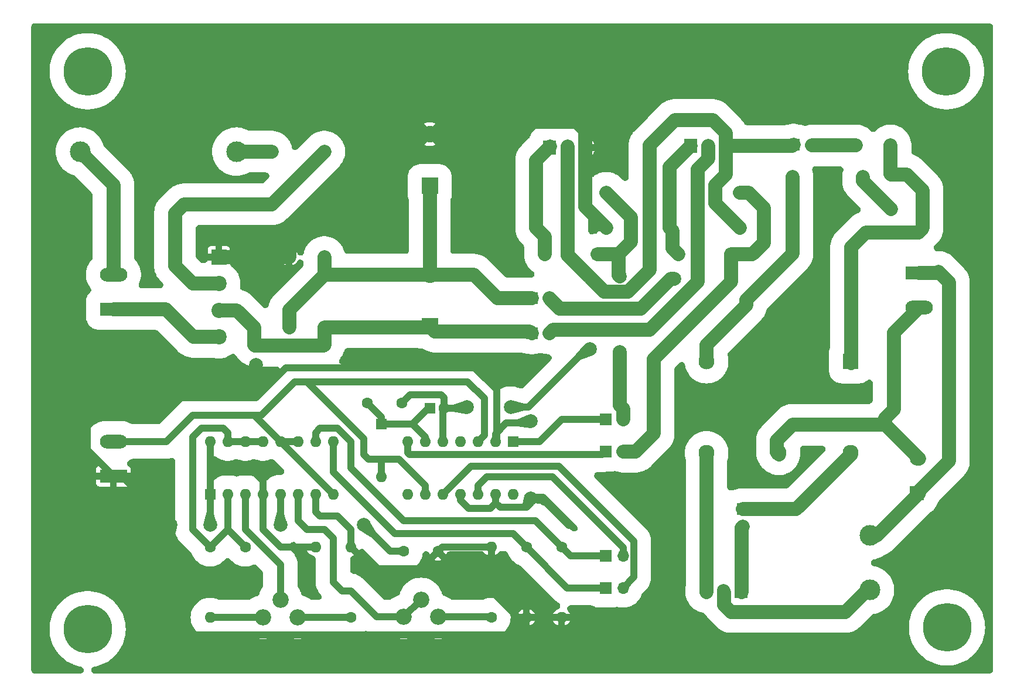
<source format=gbr>
%TF.GenerationSoftware,KiCad,Pcbnew,8.0.3*%
%TF.CreationDate,2024-07-06T20:18:36-03:00*%
%TF.ProjectId,Fuente_Conmutada,4675656e-7465-45f4-936f-6e6d75746164,rev?*%
%TF.SameCoordinates,Original*%
%TF.FileFunction,Copper,L2,Bot*%
%TF.FilePolarity,Positive*%
%FSLAX46Y46*%
G04 Gerber Fmt 4.6, Leading zero omitted, Abs format (unit mm)*
G04 Created by KiCad (PCBNEW 8.0.3) date 2024-07-06 20:18:36*
%MOMM*%
%LPD*%
G01*
G04 APERTURE LIST*
%TA.AperFunction,ComponentPad*%
%ADD10C,1.600000*%
%TD*%
%TA.AperFunction,ComponentPad*%
%ADD11O,1.600000X1.600000*%
%TD*%
%TA.AperFunction,ComponentPad*%
%ADD12R,1.905000X2.000000*%
%TD*%
%TA.AperFunction,ComponentPad*%
%ADD13O,1.905000X2.000000*%
%TD*%
%TA.AperFunction,ComponentPad*%
%ADD14C,3.000000*%
%TD*%
%TA.AperFunction,ComponentPad*%
%ADD15R,1.600000X1.600000*%
%TD*%
%TA.AperFunction,ComponentPad*%
%ADD16R,3.960000X1.980000*%
%TD*%
%TA.AperFunction,ComponentPad*%
%ADD17O,3.960000X1.980000*%
%TD*%
%TA.AperFunction,ComponentPad*%
%ADD18R,2.400000X2.400000*%
%TD*%
%TA.AperFunction,ComponentPad*%
%ADD19C,2.400000*%
%TD*%
%TA.AperFunction,ComponentPad*%
%ADD20R,1.700000X1.700000*%
%TD*%
%TA.AperFunction,ComponentPad*%
%ADD21O,1.700000X1.700000*%
%TD*%
%TA.AperFunction,ComponentPad*%
%ADD22R,2.000000X2.000000*%
%TD*%
%TA.AperFunction,ComponentPad*%
%ADD23C,2.000000*%
%TD*%
%TA.AperFunction,ComponentPad*%
%ADD24R,2.300000X2.300000*%
%TD*%
%TA.AperFunction,ComponentPad*%
%ADD25C,2.300000*%
%TD*%
%TA.AperFunction,ComponentPad*%
%ADD26C,2.340000*%
%TD*%
%TA.AperFunction,ComponentPad*%
%ADD27R,2.200000X2.200000*%
%TD*%
%TA.AperFunction,ComponentPad*%
%ADD28C,2.200000*%
%TD*%
%TA.AperFunction,ViaPad*%
%ADD29C,7.000000*%
%TD*%
%TA.AperFunction,ViaPad*%
%ADD30C,2.000000*%
%TD*%
%TA.AperFunction,Conductor*%
%ADD31C,2.000000*%
%TD*%
%TA.AperFunction,Conductor*%
%ADD32C,1.000000*%
%TD*%
G04 APERTURE END LIST*
D10*
%TO.P,R10,1*%
%TO.N,LO*%
X157010000Y-65918000D03*
D11*
%TO.P,R10,2*%
%TO.N,Net-(D4-A)*%
X146850000Y-65918000D03*
%TD*%
D10*
%TO.P,R12,1*%
%TO.N,Vs*%
X176314000Y-71006000D03*
D11*
%TO.P,R12,2*%
%TO.N,Net-(D3-A)*%
X166154000Y-71006000D03*
%TD*%
D10*
%TO.P,C7,1*%
%TO.N,Net-(T1-AA)*%
X198158000Y-63259000D03*
%TO.P,C7,2*%
%TO.N,Net-(C7-Pad2)*%
X198158000Y-68259000D03*
%TD*%
D12*
%TO.P,Q1,1,G*%
%TO.N,Net-(D3-A)*%
X169202000Y-59132000D03*
D13*
%TO.P,Q1,2,D*%
%TO.N,Net-(JP1-B)*%
X171742000Y-59132000D03*
%TO.P,Q1,3,S*%
%TO.N,Vs*%
X174282000Y-59132000D03*
%TD*%
D10*
%TO.P,R11,1*%
%TO.N,Net-(D4-A)*%
X146850000Y-70998000D03*
D11*
%TO.P,R11,2*%
%TO.N,GND*%
X157010000Y-70998000D03*
%TD*%
D14*
%TO.P,L1,1,1*%
%TO.N,Net-(D5-K)*%
X195110000Y-123330000D03*
%TO.P,L1,2,2*%
%TO.N,Net-(J3-Pin_1)*%
X195110000Y-115430000D03*
%TD*%
D12*
%TO.P,Q2,1,G*%
%TO.N,Net-(D4-A)*%
X148823000Y-59392000D03*
D13*
%TO.P,Q2,2,D*%
%TO.N,Vs*%
X151363000Y-59392000D03*
%TO.P,Q2,3,S*%
%TO.N,GND*%
X153903000Y-59392000D03*
%TD*%
D15*
%TO.P,U1,1,1IN+*%
%TO.N,GND*%
X99748000Y-109477000D03*
D11*
%TO.P,U1,2,1IN-*%
%TO.N,Vref*%
X102288000Y-109477000D03*
%TO.P,U1,3,FB*%
%TO.N,Net-(U1-FB)*%
X104828000Y-109477000D03*
%TO.P,U1,4,DTC*%
%TO.N,GND*%
X107368000Y-109477000D03*
%TO.P,U1,5,CT*%
%TO.N,Net-(U1-CT)*%
X109908000Y-109477000D03*
%TO.P,U1,6,RT*%
%TO.N,Net-(U1-RT)*%
X112448000Y-109477000D03*
%TO.P,U1,7,GND*%
%TO.N,GND*%
X114988000Y-109477000D03*
%TO.P,U1,8,C1*%
%TO.N,+12V*%
X117528000Y-109477000D03*
%TO.P,U1,9,E1*%
%TO.N,Net-(JP3-A)*%
X117528000Y-101857000D03*
%TO.P,U1,10,E2*%
%TO.N,Net-(JP4-A)*%
X114988000Y-101857000D03*
%TO.P,U1,11,C2*%
%TO.N,+12V*%
X112448000Y-101857000D03*
%TO.P,U1,12,VCC*%
X109908000Y-101857000D03*
%TO.P,U1,13,OUTCTRL*%
%TO.N,Vref*%
X107368000Y-101857000D03*
%TO.P,U1,14,REF*%
X104828000Y-101857000D03*
%TO.P,U1,15,2IN-*%
X102288000Y-101857000D03*
%TO.P,U1,16,2IN+*%
%TO.N,GND*%
X99748000Y-101857000D03*
%TD*%
D16*
%TO.P,J2,1,Pin_1*%
%TO.N,GND*%
X85763000Y-106867000D03*
D17*
%TO.P,J2,2,Pin_2*%
%TO.N,+12V*%
X85763000Y-101867000D03*
%TD*%
D15*
%TO.P,D2,1,K*%
%TO.N,Net-(D2-K)*%
X124498000Y-99327000D03*
D11*
%TO.P,D2,2,A*%
%TO.N,+12V*%
X124498000Y-106947000D03*
%TD*%
D10*
%TO.P,C3,1*%
%TO.N,Net-(U1-CT)*%
X127673000Y-117742000D03*
%TO.P,C3,2*%
%TO.N,GND*%
X132673000Y-117742000D03*
%TD*%
D14*
%TO.P,F1,1*%
%TO.N,Net-(F1-Pad1)*%
X103543000Y-59957000D03*
%TO.P,F1,2*%
%TO.N,VAC*%
X80943000Y-59957000D03*
%TD*%
D16*
%TO.P,J1,1,Pin_1*%
%TO.N,GND_AC*%
X85763000Y-82737000D03*
D17*
%TO.P,J1,2,Pin_2*%
%TO.N,VAC*%
X85763000Y-77737000D03*
%TD*%
D18*
%TO.P,C2,1*%
%TO.N,Net-(JP2-A)*%
X131483000Y-64917000D03*
D19*
%TO.P,C2,2*%
%TO.N,GND*%
X131483000Y-57417000D03*
%TD*%
D20*
%TO.P,JP6,1,A*%
%TO.N,Net-(JP6-A)*%
X156883000Y-98692000D03*
D21*
%TO.P,JP6,2,B*%
%TO.N,LO*%
X159423000Y-98692000D03*
%TD*%
D20*
%TO.P,JP4,1,A*%
%TO.N,Net-(JP4-A)*%
X156883000Y-118377000D03*
D21*
%TO.P,JP4,2,B*%
%TO.N,PWM2*%
X159423000Y-118377000D03*
%TD*%
D20*
%TO.P,JP1,1,A*%
%TO.N,Net-(D1-+)*%
X146215000Y-86254000D03*
D21*
%TO.P,JP1,2,B*%
%TO.N,Net-(JP1-B)*%
X148755000Y-86254000D03*
%TD*%
D22*
%TO.P,C8,1*%
%TO.N,Net-(J3-Pin_1)*%
X201841000Y-109360000D03*
D23*
%TO.P,C8,2*%
%TO.N,2*%
X201841000Y-104360000D03*
%TD*%
D20*
%TO.P,JP2,1,A*%
%TO.N,Net-(JP2-A)*%
X146215000Y-81174000D03*
D21*
%TO.P,JP2,2,B*%
%TO.N,/Punto_medio*%
X148755000Y-81174000D03*
%TD*%
D24*
%TO.P,T1,1,AA*%
%TO.N,Net-(T1-AA)*%
X192302000Y-90314000D03*
D25*
%TO.P,T1,2,AB*%
%TO.N,/Punto_medio*%
X171502000Y-90314000D03*
%TO.P,T1,3,SA*%
%TO.N,Net-(D5-A2)*%
X171502000Y-103514000D03*
%TO.P,T1,4,SC*%
%TO.N,2*%
X181902000Y-103514000D03*
%TO.P,T1,5,SB*%
%TO.N,Net-(JP8-A)*%
X192302000Y-103514000D03*
%TD*%
D16*
%TO.P,J3,1,Pin_1*%
%TO.N,Net-(J3-Pin_1)*%
X202222000Y-77483000D03*
D17*
%TO.P,J3,2,Pin_2*%
%TO.N,2*%
X202222000Y-82483000D03*
%TD*%
D12*
%TO.P,D5,1,A1*%
%TO.N,Net-(D5-A1)*%
X176443000Y-123447000D03*
D13*
%TO.P,D5,2,K*%
%TO.N,Net-(D5-K)*%
X173903000Y-123447000D03*
%TO.P,D5,3,A2*%
%TO.N,Net-(D5-A2)*%
X171363000Y-123447000D03*
%TD*%
D10*
%TO.P,R3,1*%
%TO.N,Vref*%
X99733000Y-117107000D03*
D11*
%TO.P,R3,2*%
%TO.N,Net-(R3-Pad2)*%
X99733000Y-127267000D03*
%TD*%
D10*
%TO.P,R5,1*%
%TO.N,Vref*%
X104813000Y-117107000D03*
D11*
%TO.P,R5,2*%
%TO.N,GND*%
X114973000Y-117107000D03*
%TD*%
D10*
%TO.P,C6,1*%
%TO.N,Net-(T1-AA)*%
X198078000Y-59068000D03*
%TO.P,C6,2*%
%TO.N,Net-(JP7-B)*%
X193078000Y-59068000D03*
%TD*%
%TO.P,R2,1*%
%TO.N,Net-(JP2-A)*%
X111163000Y-85357000D03*
D11*
%TO.P,R2,2*%
%TO.N,GND*%
X111163000Y-75197000D03*
%TD*%
D10*
%TO.P,C5,1*%
%TO.N,Net-(D2-K)*%
X122466000Y-96279000D03*
%TO.P,C5,2*%
%TO.N,Vs*%
X127466000Y-96279000D03*
%TD*%
D26*
%TO.P,RV1,1,1*%
%TO.N,Net-(R3-Pad2)*%
X107393000Y-127267000D03*
%TO.P,RV1,2,2*%
%TO.N,Net-(U1-FB)*%
X109893000Y-124767000D03*
%TO.P,RV1,3,3*%
%TO.N,Net-(R4-Pad1)*%
X112393000Y-127267000D03*
%TD*%
%TO.P,RV2,1,1*%
%TO.N,Net-(U1-RT)*%
X127713000Y-127227000D03*
%TO.P,RV2,2,2*%
X130213000Y-124727000D03*
%TO.P,RV2,3,3*%
%TO.N,Net-(R8-Pad1)*%
X132713000Y-127227000D03*
%TD*%
D20*
%TO.P,JP8,1,A*%
%TO.N,Net-(JP8-A)*%
X176695000Y-111646000D03*
D21*
%TO.P,JP8,2,B*%
%TO.N,Net-(D5-A1)*%
X176695000Y-114186000D03*
%TD*%
D10*
%TO.P,R4,1*%
%TO.N,Net-(R4-Pad1)*%
X120053000Y-127267000D03*
D11*
%TO.P,R4,2*%
%TO.N,GND*%
X120053000Y-117107000D03*
%TD*%
D15*
%TO.P,D3,1,K*%
%TO.N,HO*%
X175044000Y-74816000D03*
D11*
%TO.P,D3,2,A*%
%TO.N,Net-(D3-A)*%
X167424000Y-74816000D03*
%TD*%
D10*
%TO.P,R13,1*%
%TO.N,Net-(C7-Pad2)*%
X194094000Y-63640000D03*
D11*
%TO.P,R13,2*%
%TO.N,/Punto_medio*%
X183934000Y-63640000D03*
%TD*%
D20*
%TO.P,JP3,1,A*%
%TO.N,Net-(JP3-A)*%
X156883000Y-123027000D03*
D21*
%TO.P,JP3,2,B*%
%TO.N,PWM1*%
X159423000Y-123027000D03*
%TD*%
D10*
%TO.P,R8,1*%
%TO.N,Net-(R8-Pad1)*%
X140373000Y-127267000D03*
D11*
%TO.P,R8,2*%
%TO.N,GND*%
X140373000Y-117107000D03*
%TD*%
D10*
%TO.P,R7,1*%
%TO.N,Net-(JP3-A)*%
X145453000Y-117107000D03*
D11*
%TO.P,R7,2*%
%TO.N,GND*%
X145453000Y-127267000D03*
%TD*%
D15*
%TO.P,U2,1,LO*%
%TO.N,Net-(JP6-A)*%
X143548000Y-101867000D03*
D11*
%TO.P,U2,2,COM*%
%TO.N,GND*%
X141008000Y-101867000D03*
%TO.P,U2,3,VCC*%
%TO.N,+12V*%
X138468000Y-101867000D03*
%TO.P,U2,4,NC*%
%TO.N,unconnected-(U2-NC-Pad4)*%
X135928000Y-101867000D03*
%TO.P,U2,5,VS*%
%TO.N,Vs*%
X133388000Y-101867000D03*
%TO.P,U2,6,VB*%
%TO.N,Net-(D2-K)*%
X130848000Y-101867000D03*
%TO.P,U2,7,HO*%
%TO.N,Net-(JP5-A)*%
X128308000Y-101867000D03*
%TO.P,U2,8,NC*%
%TO.N,unconnected-(U2-NC-Pad8)*%
X128308000Y-109487000D03*
%TO.P,U2,9,VDD*%
%TO.N,+12V*%
X130848000Y-109487000D03*
%TO.P,U2,10,HIN*%
%TO.N,PWM1*%
X133388000Y-109487000D03*
%TO.P,U2,11,SD*%
%TO.N,GND*%
X135928000Y-109487000D03*
%TO.P,U2,12,LIN*%
%TO.N,PWM2*%
X138468000Y-109487000D03*
%TO.P,U2,13,VSS*%
%TO.N,GND*%
X141008000Y-109487000D03*
%TO.P,U2,14,NC*%
%TO.N,unconnected-(U2-NC-Pad14)*%
X143548000Y-109487000D03*
%TD*%
D20*
%TO.P,JP7,1,A*%
%TO.N,Vs*%
X184061000Y-58941000D03*
D21*
%TO.P,JP7,2,B*%
%TO.N,Net-(JP7-B)*%
X186601000Y-58941000D03*
%TD*%
D10*
%TO.P,R1,1*%
%TO.N,Net-(D1-+)*%
X116243000Y-85357000D03*
D11*
%TO.P,R1,2*%
%TO.N,Net-(JP2-A)*%
X116243000Y-75197000D03*
%TD*%
D10*
%TO.P,TH1,1*%
%TO.N,Net-(D1-Pad2)*%
X116243000Y-59957000D03*
D11*
%TO.P,TH1,2*%
%TO.N,Net-(F1-Pad1)*%
X108623000Y-59957000D03*
%TD*%
D10*
%TO.P,R9,1*%
%TO.N,HO*%
X176314000Y-65926000D03*
D11*
%TO.P,R9,2*%
%TO.N,Net-(D3-A)*%
X166154000Y-65926000D03*
%TD*%
D15*
%TO.P,D4,1,K*%
%TO.N,LO*%
X155740000Y-74808000D03*
D11*
%TO.P,D4,2,A*%
%TO.N,Net-(D4-A)*%
X148120000Y-74808000D03*
%TD*%
D10*
%TO.P,R6,1*%
%TO.N,Net-(JP4-A)*%
X150533000Y-117107000D03*
D11*
%TO.P,R6,2*%
%TO.N,GND*%
X150533000Y-127267000D03*
%TD*%
D18*
%TO.P,C1,1*%
%TO.N,Net-(D1-+)*%
X131483000Y-85237000D03*
D19*
%TO.P,C1,2*%
%TO.N,Net-(JP2-A)*%
X131483000Y-77737000D03*
%TD*%
D20*
%TO.P,JP5,1,A*%
%TO.N,Net-(JP5-A)*%
X156883000Y-103342000D03*
D21*
%TO.P,JP5,2,B*%
%TO.N,HO*%
X159423000Y-103342000D03*
%TD*%
D27*
%TO.P,D1,1,-*%
%TO.N,GND*%
X101003000Y-75197000D03*
D28*
%TO.P,D1,2*%
%TO.N,Net-(D1-Pad2)*%
X101003000Y-79047000D03*
%TO.P,D1,3,+*%
%TO.N,Net-(D1-+)*%
X101003000Y-82897000D03*
%TO.P,D1,4*%
%TO.N,GND_AC*%
X101003000Y-86747000D03*
%TD*%
D15*
%TO.P,C4,1*%
%TO.N,Net-(D2-K)*%
X131515000Y-97041000D03*
D10*
%TO.P,C4,2*%
%TO.N,Vs*%
X133515000Y-97041000D03*
%TD*%
D29*
%TO.N,*%
X82039000Y-48337000D03*
X206149000Y-48337000D03*
X82039000Y-128982000D03*
X206245000Y-128728000D03*
D30*
%TO.N,Net-(U1-CT)*%
X109893000Y-113932000D03*
X121958000Y-113932000D03*
%TO.N,GND*%
X106337000Y-79007000D03*
X146088000Y-110122000D03*
X146088000Y-98946000D03*
X94018000Y-113932000D03*
X106337000Y-90818000D03*
X99733000Y-113932000D03*
%TO.N,Vs*%
X154597000Y-88532000D03*
X154597000Y-78118000D03*
X136817000Y-96914000D03*
X143167000Y-96914000D03*
%TO.N,LO*%
X158915000Y-88913000D03*
X158915000Y-77991000D03*
%TO.N,/Punto_medio*%
X166789000Y-78372000D03*
X180251000Y-78372000D03*
%TD*%
D31*
%TO.N,Net-(D1-+)*%
X145953000Y-85992000D02*
X146215000Y-86254000D01*
X106083000Y-85357000D02*
X106083000Y-87897000D01*
X106210000Y-88024000D02*
X116116000Y-88024000D01*
X106083000Y-87897000D02*
X106210000Y-88024000D01*
X101003000Y-82897000D02*
X103623000Y-82897000D01*
X116116000Y-88024000D02*
X116243000Y-87897000D01*
X116243000Y-87897000D02*
X116243000Y-85357000D01*
X116243000Y-85357000D02*
X131363000Y-85357000D01*
X132238000Y-85992000D02*
X145953000Y-85992000D01*
X131363000Y-85357000D02*
X131483000Y-85237000D01*
X131483000Y-85237000D02*
X132238000Y-85992000D01*
X103623000Y-82897000D02*
X106083000Y-85357000D01*
D32*
%TO.N,Net-(U1-CT)*%
X109893000Y-110757000D02*
X109893000Y-113932000D01*
X125768000Y-117742000D02*
X127673000Y-117742000D01*
X109908000Y-110742000D02*
X109893000Y-110757000D01*
X109908000Y-109477000D02*
X109908000Y-110742000D01*
X121958000Y-113932000D02*
X125768000Y-117742000D01*
%TO.N,Net-(D2-K)*%
X124498000Y-99327000D02*
X124498000Y-98311000D01*
X131229000Y-97041000D02*
X128943000Y-99327000D01*
X124498000Y-98311000D02*
X122466000Y-96279000D01*
X131515000Y-97041000D02*
X131229000Y-97041000D01*
X128943000Y-99327000D02*
X130848000Y-101232000D01*
X124498000Y-99327000D02*
X128943000Y-99327000D01*
X130848000Y-101232000D02*
X130848000Y-101867000D01*
D31*
%TO.N,Net-(T1-AA)*%
X194475000Y-71641000D02*
X192375000Y-73741000D01*
X202730000Y-65545000D02*
X202730000Y-71006000D01*
X198158000Y-63259000D02*
X200444000Y-63259000D01*
X202095000Y-71641000D02*
X194475000Y-71641000D01*
X198078000Y-63179000D02*
X198158000Y-63259000D01*
X198078000Y-59068000D02*
X198078000Y-63179000D01*
X202730000Y-71006000D02*
X202095000Y-71641000D01*
X192375000Y-73741000D02*
X192375000Y-90514000D01*
X200444000Y-63259000D02*
X202730000Y-65545000D01*
D32*
%TO.N,Net-(JP7-B)*%
X186728000Y-59068000D02*
X186601000Y-58941000D01*
D31*
X193078000Y-59068000D02*
X186728000Y-59068000D01*
%TO.N,Net-(C7-Pad2)*%
X194094000Y-64195000D02*
X198158000Y-68259000D01*
X194094000Y-63640000D02*
X194094000Y-64195000D01*
%TO.N,Net-(J3-Pin_1)*%
X196152000Y-115430000D02*
X202222000Y-109360000D01*
X204889000Y-77483000D02*
X202222000Y-77483000D01*
X206540000Y-78880000D02*
X205016000Y-77356000D01*
X205016000Y-77356000D02*
X204889000Y-77483000D01*
X195110000Y-115430000D02*
X196152000Y-115430000D01*
X201841000Y-109360000D02*
X206540000Y-104661000D01*
X206540000Y-104661000D02*
X206540000Y-78880000D01*
%TO.N,2*%
X181648000Y-103387000D02*
X181975000Y-103714000D01*
X181648000Y-101740000D02*
X181648000Y-103387000D01*
X197316000Y-98485000D02*
X198539000Y-97262000D01*
X183934000Y-99454000D02*
X181648000Y-101740000D01*
X198539000Y-97262000D02*
X198539000Y-86166000D01*
X197316000Y-99454000D02*
X197316000Y-98485000D01*
X202222000Y-104360000D02*
X197316000Y-99454000D01*
X198539000Y-86166000D02*
X202222000Y-82483000D01*
X197316000Y-99454000D02*
X183934000Y-99454000D01*
%TO.N,GND_AC*%
X101003000Y-86747000D02*
X97313000Y-86747000D01*
X93303000Y-82737000D02*
X85763000Y-82737000D01*
X97313000Y-86747000D02*
X93303000Y-82737000D01*
%TO.N,Net-(D1-Pad2)*%
X95923000Y-67577000D02*
X94653000Y-68847000D01*
X108623000Y-67577000D02*
X95923000Y-67577000D01*
X94653000Y-68847000D02*
X94653000Y-76467000D01*
X116243000Y-59957000D02*
X108623000Y-67577000D01*
X97233000Y-79047000D02*
X101003000Y-79047000D01*
X94653000Y-76467000D02*
X97233000Y-79047000D01*
D32*
%TO.N,+12V*%
X122593000Y-104407000D02*
X121958000Y-103772000D01*
X139357000Y-95644000D02*
X136944000Y-93231000D01*
X117513000Y-109487000D02*
X106083000Y-98057000D01*
X127038000Y-104407000D02*
X130848000Y-108217000D01*
X97193000Y-98057000D02*
X93383000Y-101867000D01*
X130848000Y-108217000D02*
X130848000Y-109487000D01*
X107099000Y-98057000D02*
X105448000Y-98057000D01*
X124498000Y-104407000D02*
X122593000Y-104407000D01*
X105448000Y-98057000D02*
X97193000Y-98057000D01*
X139357000Y-100978000D02*
X139357000Y-95644000D01*
X121958000Y-101486000D02*
X113703000Y-93231000D01*
X93383000Y-101867000D02*
X85763000Y-101867000D01*
X111925000Y-93231000D02*
X107099000Y-98057000D01*
X112448000Y-101857000D02*
X109908000Y-101857000D01*
X124498000Y-104407000D02*
X127038000Y-104407000D01*
X136944000Y-93231000D02*
X111925000Y-93231000D01*
X121958000Y-103772000D02*
X121958000Y-101486000D01*
X106083000Y-98057000D02*
X105448000Y-98057000D01*
X124498000Y-106947000D02*
X124498000Y-104407000D01*
X138468000Y-101867000D02*
X139357000Y-100978000D01*
D31*
%TO.N,Net-(D3-A)*%
X166154000Y-65926000D02*
X166154000Y-71006000D01*
X166154000Y-62180000D02*
X169202000Y-59132000D01*
X166535000Y-73927000D02*
X166535000Y-71387000D01*
X167424000Y-74816000D02*
X166535000Y-73927000D01*
X166535000Y-71387000D02*
X166154000Y-71006000D01*
X166154000Y-66823000D02*
X166154000Y-62180000D01*
%TO.N,Net-(D4-A)*%
X146850000Y-61227000D02*
X148882000Y-59195000D01*
X148120000Y-74808000D02*
X148120000Y-72268000D01*
X148120000Y-72268000D02*
X146850000Y-70998000D01*
X146850000Y-66815000D02*
X146850000Y-61227000D01*
X146850000Y-65918000D02*
X146850000Y-70998000D01*
%TO.N,Net-(D5-A2)*%
X171488000Y-103801000D02*
X171575000Y-103714000D01*
X171488000Y-123655000D02*
X171488000Y-103801000D01*
%TO.N,Net-(D5-A1)*%
X176568000Y-123655000D02*
X176568000Y-114313000D01*
X176568000Y-114313000D02*
X176695000Y-114186000D01*
%TO.N,Net-(D5-K)*%
X175065500Y-126505000D02*
X191554000Y-126505000D01*
X174028000Y-123655000D02*
X174028000Y-125467500D01*
X174028000Y-125467500D02*
X175065500Y-126505000D01*
X194729000Y-123330000D02*
X195110000Y-123330000D01*
X191554000Y-126505000D02*
X194729000Y-123330000D01*
%TO.N,Net-(F1-Pad1)*%
X103543000Y-59957000D02*
X108623000Y-59957000D01*
%TO.N,VAC*%
X85763000Y-77737000D02*
X85763000Y-64777000D01*
X85763000Y-64777000D02*
X80943000Y-59957000D01*
%TO.N,Net-(JP1-B)*%
X171742000Y-60944500D02*
X171742000Y-59132000D01*
X148755000Y-86254000D02*
X149271000Y-85738000D01*
X163233000Y-85738000D02*
X170218000Y-78753000D01*
X170218000Y-62468500D02*
X171742000Y-60944500D01*
X149271000Y-85738000D02*
X163233000Y-85738000D01*
X170218000Y-78753000D02*
X170218000Y-62468500D01*
D32*
%TO.N,Net-(JP3-A)*%
X117513000Y-101872000D02*
X117528000Y-101857000D01*
X156883000Y-123027000D02*
X151373000Y-123027000D01*
X145453000Y-117107000D02*
X143548000Y-115202000D01*
X117513000Y-106312000D02*
X117513000Y-101872000D01*
X143548000Y-115202000D02*
X126403000Y-115202000D01*
X151373000Y-123027000D02*
X145453000Y-117107000D01*
X126403000Y-115202000D02*
X117513000Y-106312000D01*
%TO.N,Net-(JP4-A)*%
X118148000Y-99962000D02*
X115608000Y-99962000D01*
X120053000Y-101867000D02*
X118148000Y-99962000D01*
X151803000Y-118377000D02*
X150533000Y-117107000D01*
X115608000Y-99962000D02*
X114988000Y-100582000D01*
X127673000Y-113297000D02*
X120053000Y-105677000D01*
X120053000Y-105677000D02*
X120053000Y-101867000D01*
X146723000Y-113297000D02*
X127673000Y-113297000D01*
X150533000Y-117107000D02*
X146723000Y-113297000D01*
X156883000Y-118377000D02*
X151803000Y-118377000D01*
X114988000Y-100582000D02*
X114988000Y-101857000D01*
%TO.N,Net-(JP5-A)*%
X128308000Y-103518000D02*
X128562000Y-103772000D01*
X128562000Y-103772000D02*
X156453000Y-103772000D01*
X128308000Y-101867000D02*
X128308000Y-103518000D01*
X156453000Y-103772000D02*
X156883000Y-103342000D01*
%TO.N,Net-(JP6-A)*%
X143548000Y-101867000D02*
X147358000Y-101867000D01*
X156883000Y-98692000D02*
X150533000Y-98692000D01*
X147358000Y-101867000D02*
X150533000Y-98692000D01*
D31*
%TO.N,Net-(JP8-A)*%
X176695000Y-111646000D02*
X184443000Y-111646000D01*
X184443000Y-111646000D02*
X192375000Y-103714000D01*
D32*
%TO.N,Net-(R3-Pad2)*%
X99733000Y-127267000D02*
X107393000Y-127267000D01*
%TO.N,Net-(R4-Pad1)*%
X112393000Y-127267000D02*
X120053000Y-127267000D01*
%TO.N,Net-(R8-Pad1)*%
X132713000Y-127227000D02*
X140333000Y-127227000D01*
X140333000Y-127227000D02*
X140373000Y-127267000D01*
%TO.N,Net-(U1-FB)*%
X104828000Y-110742000D02*
X104813000Y-110757000D01*
X109893000Y-119647000D02*
X109893000Y-124767000D01*
X104828000Y-109477000D02*
X104828000Y-110742000D01*
X104813000Y-110757000D02*
X104813000Y-114567000D01*
X104813000Y-114567000D02*
X109893000Y-119647000D01*
%TO.N,Net-(U1-RT)*%
X130213000Y-124727000D02*
X127713000Y-127227000D01*
X112433000Y-113297000D02*
X113703000Y-114567000D01*
X117513000Y-115837000D02*
X117513000Y-122187000D01*
X123823000Y-127227000D02*
X127713000Y-127227000D01*
X112448000Y-109477000D02*
X112448000Y-110742000D01*
X120053000Y-123457000D02*
X123823000Y-127227000D01*
X112433000Y-110757000D02*
X112433000Y-113297000D01*
X118783000Y-123457000D02*
X120053000Y-123457000D01*
X116243000Y-114567000D02*
X117513000Y-115837000D01*
X117513000Y-122187000D02*
X118783000Y-123457000D01*
X113703000Y-114567000D02*
X116243000Y-114567000D01*
X112448000Y-110742000D02*
X112433000Y-110757000D01*
%TO.N,GND*%
X145834000Y-99200000D02*
X142543630Y-99200000D01*
X141008000Y-100735630D02*
X141008000Y-101867000D01*
X114973000Y-109487000D02*
X114973000Y-110122000D01*
X142913000Y-129807000D02*
X145453000Y-127267000D01*
X81953000Y-98057000D02*
X83540500Y-96469500D01*
X141008000Y-110757000D02*
X141643000Y-111392000D01*
X94018000Y-113932000D02*
X86953000Y-106867000D01*
X94018000Y-127267000D02*
X96558000Y-129807000D01*
D31*
X106337000Y-75197000D02*
X106337000Y-79007000D01*
D32*
X107368000Y-109477000D02*
X107368000Y-110107000D01*
X99733000Y-103137000D02*
X99733000Y-106312000D01*
X141643000Y-111392000D02*
X145453000Y-111392000D01*
D31*
X106337000Y-75197000D02*
X111163000Y-75197000D01*
D32*
X107353000Y-110757000D02*
X107353000Y-107582000D01*
X114973000Y-117107000D02*
X109893000Y-117107000D01*
D31*
X126403000Y-57417000D02*
X131483000Y-57417000D01*
X111163000Y-75197000D02*
X111163000Y-72657000D01*
D32*
X141135000Y-94374000D02*
X141135000Y-101740000D01*
X107368000Y-110107000D02*
X107353000Y-110122000D01*
D31*
X138468000Y-55639000D02*
X152692000Y-55639000D01*
D32*
X123228000Y-120282000D02*
X130133000Y-120282000D01*
X99733000Y-110757000D02*
X99733000Y-113932000D01*
X107353000Y-110122000D02*
X107353000Y-109487000D01*
X106337000Y-95517000D02*
X106337000Y-90818000D01*
D31*
X131483000Y-57417000D02*
X136690000Y-57417000D01*
D32*
X83540500Y-96469500D02*
X84493000Y-95517000D01*
X140373000Y-123457000D02*
X144183000Y-127267000D01*
D31*
X152692000Y-55639000D02*
X153962000Y-56909000D01*
D32*
X146088000Y-98946000D02*
X145834000Y-99200000D01*
X141008000Y-109487000D02*
X141008000Y-110757000D01*
X99748000Y-109477000D02*
X99748000Y-110742000D01*
X84493000Y-95517000D02*
X106337000Y-95517000D01*
D31*
X111163000Y-72657000D02*
X126403000Y-57417000D01*
D32*
X106337000Y-95517000D02*
X110655000Y-91199000D01*
X114988000Y-110107000D02*
X114973000Y-110122000D01*
X146088000Y-110757000D02*
X146088000Y-110122000D01*
X120053000Y-117107000D02*
X123228000Y-120282000D01*
X140373000Y-117107000D02*
X140373000Y-123457000D01*
X150533000Y-127267000D02*
X145453000Y-127267000D01*
X118148000Y-112662000D02*
X120053000Y-114567000D01*
X137071000Y-111519000D02*
X135928000Y-110376000D01*
X106083000Y-106312000D02*
X99733000Y-106312000D01*
X114973000Y-112027000D02*
X115608000Y-112662000D01*
X99748000Y-103122000D02*
X99733000Y-103137000D01*
X114973000Y-110122000D02*
X114973000Y-112027000D01*
X115608000Y-112662000D02*
X118148000Y-112662000D01*
D31*
X153962000Y-67950000D02*
X153962000Y-59195000D01*
D32*
X107353000Y-107582000D02*
X106083000Y-106312000D01*
X99733000Y-110757000D02*
X99733000Y-106312000D01*
D31*
X157010000Y-70998000D02*
X153962000Y-67950000D01*
D32*
X83540500Y-96469500D02*
X83858000Y-96152000D01*
X86953000Y-106867000D02*
X85763000Y-106867000D01*
X96558000Y-129807000D02*
X142913000Y-129807000D01*
X141008000Y-110757000D02*
X140246000Y-111519000D01*
D31*
X153962000Y-56909000D02*
X153962000Y-59195000D01*
D32*
X94018000Y-113932000D02*
X94018000Y-127267000D01*
D31*
X101003000Y-75197000D02*
X106337000Y-75197000D01*
D32*
X99748000Y-101857000D02*
X99748000Y-103122000D01*
X142543630Y-99200000D02*
X141008000Y-100735630D01*
D31*
X136690000Y-57417000D02*
X138468000Y-55639000D01*
D32*
X107353000Y-114567000D02*
X107353000Y-110757000D01*
X141135000Y-101740000D02*
X141008000Y-101867000D01*
X144183000Y-127267000D02*
X145453000Y-127267000D01*
X114988000Y-109477000D02*
X114988000Y-110107000D01*
X140246000Y-111519000D02*
X137071000Y-111519000D01*
X133308000Y-117107000D02*
X132673000Y-117742000D01*
X120053000Y-114567000D02*
X120053000Y-117107000D01*
X145453000Y-111392000D02*
X146088000Y-110757000D01*
X107353000Y-110757000D02*
X107353000Y-110122000D01*
X130133000Y-120282000D02*
X132673000Y-117742000D01*
X109893000Y-117107000D02*
X107353000Y-114567000D01*
X85763000Y-106867000D02*
X81953000Y-103057000D01*
X110655000Y-91199000D02*
X137960000Y-91199000D01*
X135928000Y-110376000D02*
X135928000Y-109487000D01*
X99748000Y-110742000D02*
X99733000Y-110757000D01*
X140373000Y-117107000D02*
X133308000Y-117107000D01*
X137960000Y-91199000D02*
X141135000Y-94374000D01*
X81953000Y-103057000D02*
X81953000Y-98057000D01*
%TO.N,Vs*%
X133388000Y-97168000D02*
X133515000Y-97041000D01*
D31*
X163233000Y-77102000D02*
X163233000Y-59068000D01*
X174282000Y-63259000D02*
X172758000Y-64783000D01*
X156670000Y-80191000D02*
X160144000Y-80191000D01*
X174282000Y-59132000D02*
X174282000Y-63259000D01*
X151422000Y-74943000D02*
X151422000Y-59195000D01*
D32*
X133134000Y-95136000D02*
X133515000Y-95517000D01*
X133515000Y-97041000D02*
X136690000Y-97041000D01*
X154089000Y-88532000D02*
X145707000Y-96914000D01*
X133515000Y-95517000D02*
X133515000Y-97041000D01*
D31*
X174282000Y-57290000D02*
X174282000Y-59132000D01*
X172758000Y-64783000D02*
X172758000Y-67450000D01*
X183870000Y-59132000D02*
X184061000Y-58941000D01*
D32*
X133388000Y-101867000D02*
X133388000Y-97168000D01*
D31*
X163233000Y-59068000D02*
X166916000Y-55385000D01*
X183934000Y-59068000D02*
X184061000Y-58941000D01*
D32*
X136690000Y-97041000D02*
X136817000Y-96914000D01*
D31*
X172758000Y-67450000D02*
X176314000Y-71006000D01*
X160144000Y-80191000D02*
X163233000Y-77102000D01*
X172377000Y-55385000D02*
X174282000Y-57290000D01*
X154597000Y-78118000D02*
X156670000Y-80191000D01*
D32*
X154597000Y-88532000D02*
X154089000Y-88532000D01*
D31*
X174282000Y-59132000D02*
X183870000Y-59132000D01*
D32*
X133388000Y-101867000D02*
X133388000Y-97489944D01*
X127466000Y-96279000D02*
X128609000Y-95136000D01*
X145707000Y-96914000D02*
X143167000Y-96914000D01*
D31*
X166916000Y-55385000D02*
X172377000Y-55385000D01*
D32*
X128609000Y-95136000D02*
X133134000Y-95136000D01*
D31*
X154597000Y-78118000D02*
X151422000Y-74943000D01*
%TO.N,HO*%
X175003000Y-78794000D02*
X175003000Y-74857000D01*
X178092000Y-74816000D02*
X175044000Y-74816000D01*
X163868000Y-89929000D02*
X175003000Y-78794000D01*
X179743000Y-73165000D02*
X178092000Y-74816000D01*
X163868000Y-100724000D02*
X163868000Y-89929000D01*
X177584000Y-65926000D02*
X179743000Y-68085000D01*
X177076000Y-65926000D02*
X176314000Y-65926000D01*
X161250000Y-103342000D02*
X163868000Y-100724000D01*
X175003000Y-74857000D02*
X175044000Y-74816000D01*
X159423000Y-103342000D02*
X161250000Y-103342000D01*
X179743000Y-68085000D02*
X179743000Y-73165000D01*
D32*
X175044000Y-75070000D02*
X175044000Y-74816000D01*
D31*
X176314000Y-65926000D02*
X177584000Y-65926000D01*
%TO.N,LO*%
X159423000Y-98692000D02*
X159423000Y-97150000D01*
X159423000Y-97150000D02*
X158915000Y-96642000D01*
X158788000Y-77864000D02*
X158788000Y-74808000D01*
X158788000Y-74808000D02*
X160566000Y-73030000D01*
X160566000Y-73030000D02*
X160566000Y-69474000D01*
X155740000Y-74808000D02*
X158788000Y-74808000D01*
X160566000Y-69474000D02*
X157010000Y-65918000D01*
X158915000Y-96642000D02*
X158915000Y-88913000D01*
X158915000Y-77991000D02*
X158788000Y-77864000D01*
D32*
%TO.N,PWM1*%
X159423000Y-123027000D02*
X160973000Y-121477000D01*
X160973000Y-121477000D02*
X160973000Y-116244000D01*
X137452000Y-105423000D02*
X133388000Y-109487000D01*
X160973000Y-116244000D02*
X150152000Y-105423000D01*
X150152000Y-105423000D02*
X137452000Y-105423000D01*
%TO.N,PWM2*%
X159423000Y-118377000D02*
X159423000Y-117174919D01*
X138468000Y-108217000D02*
X138468000Y-109487000D01*
X139738000Y-106947000D02*
X138468000Y-108217000D01*
X159423000Y-117174919D02*
X149195081Y-106947000D01*
X149195081Y-106947000D02*
X139738000Y-106947000D01*
%TO.N,Vref*%
X104813000Y-117107000D02*
X102273000Y-114567000D01*
X102288000Y-101857000D02*
X107368000Y-101857000D01*
X102288000Y-109477000D02*
X102288000Y-110742000D01*
X99733000Y-117107000D02*
X102273000Y-114567000D01*
X97193000Y-114567000D02*
X99733000Y-117107000D01*
X101638000Y-99962000D02*
X98463000Y-99962000D01*
X102273000Y-100597000D02*
X101638000Y-99962000D01*
X98463000Y-99962000D02*
X97193000Y-101232000D01*
X102288000Y-110742000D02*
X102273000Y-110757000D01*
X102273000Y-110757000D02*
X102273000Y-114567000D01*
X97193000Y-101232000D02*
X97193000Y-114567000D01*
X102273000Y-101867000D02*
X102273000Y-100597000D01*
D31*
%TO.N,Net-(JP2-A)*%
X116243000Y-77737000D02*
X131483000Y-77737000D01*
X131483000Y-77737000D02*
X137833000Y-77737000D01*
X131483000Y-64917000D02*
X131483000Y-77737000D01*
X137833000Y-77737000D02*
X141270000Y-81174000D01*
X111163000Y-82817000D02*
X116243000Y-77737000D01*
X116243000Y-77737000D02*
X116243000Y-75197000D01*
X141270000Y-81174000D02*
X146215000Y-81174000D01*
X111163000Y-85357000D02*
X111163000Y-82817000D01*
%TO.N,/Punto_medio*%
X183934000Y-74689000D02*
X183934000Y-63640000D01*
X177203000Y-82182000D02*
X171502000Y-87883000D01*
X166281000Y-78372000D02*
X161963000Y-82690000D01*
X161963000Y-82690000D02*
X150271000Y-82690000D01*
X180251000Y-78372000D02*
X177203000Y-81420000D01*
X177203000Y-81420000D02*
X177203000Y-82182000D01*
X180251000Y-78372000D02*
X183934000Y-74689000D01*
X171502000Y-87883000D02*
X171502000Y-90314000D01*
X150271000Y-82690000D02*
X148755000Y-81174000D01*
X166789000Y-78372000D02*
X166281000Y-78372000D01*
%TD*%
%TA.AperFunction,Conductor*%
%TO.N,GND*%
G36*
X111922041Y-116394926D02*
G01*
X112051853Y-116452556D01*
X112097654Y-116485040D01*
X112223485Y-116585386D01*
X112253752Y-116609523D01*
X112491555Y-116758945D01*
X112744592Y-116880801D01*
X113009682Y-116973560D01*
X113009691Y-116973562D01*
X113283486Y-117036054D01*
X113283488Y-117036054D01*
X113283491Y-117036055D01*
X113283493Y-117036055D01*
X113297287Y-117038399D01*
X113297002Y-117040071D01*
X113417578Y-117071496D01*
X113539358Y-117144586D01*
X113635614Y-117249025D01*
X113698547Y-117376351D01*
X113706290Y-117402390D01*
X113746733Y-117553326D01*
X113842865Y-117759481D01*
X113973340Y-117945819D01*
X114134180Y-118106659D01*
X114320518Y-118237134D01*
X114526676Y-118333267D01*
X114526678Y-118333268D01*
X114642649Y-118364342D01*
X114773212Y-118420252D01*
X114882735Y-118510680D01*
X114962344Y-118628302D01*
X115005591Y-118763588D01*
X115012500Y-118846339D01*
X115012500Y-122327432D01*
X115043943Y-122606503D01*
X115043945Y-122606513D01*
X115106437Y-122880308D01*
X115106439Y-122880314D01*
X115106440Y-122880318D01*
X115199199Y-123145408D01*
X115321055Y-123398445D01*
X115470477Y-123636248D01*
X115470479Y-123636251D01*
X115470482Y-123636255D01*
X115645574Y-123855814D01*
X115645585Y-123855826D01*
X115704413Y-123914654D01*
X115789529Y-124028355D01*
X115839163Y-124161430D01*
X115849296Y-124303098D01*
X115819105Y-124441883D01*
X115751037Y-124566540D01*
X115650607Y-124666970D01*
X115525950Y-124735038D01*
X115387165Y-124765229D01*
X115351567Y-124766500D01*
X114506852Y-124766500D01*
X114366267Y-124746287D01*
X114237072Y-124687286D01*
X114218096Y-124674465D01*
X114082468Y-124578232D01*
X114082465Y-124578230D01*
X113770809Y-124405984D01*
X113770806Y-124405982D01*
X113770796Y-124405977D01*
X113770785Y-124405972D01*
X113770780Y-124405970D01*
X113441812Y-124269705D01*
X113441809Y-124269704D01*
X113323206Y-124235535D01*
X113278653Y-124222700D01*
X113149161Y-124164359D01*
X113041348Y-124071898D01*
X112963953Y-123952807D01*
X112937298Y-123881342D01*
X112890298Y-123718200D01*
X112890296Y-123718195D01*
X112890294Y-123718187D01*
X112768969Y-123425286D01*
X112754023Y-123389204D01*
X112581769Y-123077534D01*
X112485534Y-122941903D01*
X112420668Y-122815553D01*
X112394026Y-122676044D01*
X112393500Y-122653148D01*
X112393500Y-119506575D01*
X112393499Y-119506567D01*
X112362056Y-119227496D01*
X112362054Y-119227486D01*
X112299562Y-118953691D01*
X112299560Y-118953682D01*
X112206801Y-118688592D01*
X112084945Y-118435555D01*
X111935523Y-118197752D01*
X111935517Y-118197744D01*
X111760425Y-117978185D01*
X111760414Y-117978173D01*
X111166396Y-117384155D01*
X111081280Y-117270454D01*
X111031646Y-117137379D01*
X111021513Y-116995711D01*
X111051704Y-116856926D01*
X111119772Y-116732269D01*
X111220202Y-116631839D01*
X111295287Y-116585388D01*
X111395793Y-116534913D01*
X111512329Y-116458265D01*
X111640888Y-116397902D01*
X111781250Y-116376202D01*
X111922041Y-116394926D01*
G37*
%TD.AperFunction*%
%TA.AperFunction,Conductor*%
G36*
X148093233Y-109467713D02*
G01*
X148222428Y-109526714D01*
X148305494Y-109593654D01*
X152729192Y-114017352D01*
X152814308Y-114131053D01*
X152863942Y-114264128D01*
X152874075Y-114405796D01*
X152843884Y-114544581D01*
X152775816Y-114669238D01*
X152675386Y-114769668D01*
X152550729Y-114837736D01*
X152411944Y-114867927D01*
X152270276Y-114857794D01*
X152137201Y-114808160D01*
X152102142Y-114787107D01*
X152073670Y-114768381D01*
X151935623Y-114677586D01*
X151935620Y-114677584D01*
X151644110Y-114531182D01*
X151644106Y-114531180D01*
X151644101Y-114531178D01*
X151511139Y-114482783D01*
X151385949Y-114415708D01*
X151328966Y-114366725D01*
X148391826Y-111429585D01*
X148391814Y-111429574D01*
X148172255Y-111254482D01*
X148172251Y-111254479D01*
X148172248Y-111254477D01*
X147934445Y-111105055D01*
X147681408Y-110983199D01*
X147416318Y-110890440D01*
X147416314Y-110890439D01*
X147416308Y-110890437D01*
X147142513Y-110827945D01*
X147142503Y-110827943D01*
X146863432Y-110796500D01*
X146863425Y-110796500D01*
X146749544Y-110796500D01*
X146608959Y-110776287D01*
X146479764Y-110717286D01*
X146372425Y-110624276D01*
X146295638Y-110504792D01*
X146255623Y-110368515D01*
X146255623Y-110226485D01*
X146271507Y-110154385D01*
X146277630Y-110133934D01*
X146325959Y-109859849D01*
X146370277Y-109724910D01*
X146450817Y-109607923D01*
X146561053Y-109518366D01*
X146692056Y-109463493D01*
X146817378Y-109447500D01*
X147952648Y-109447500D01*
X148093233Y-109467713D01*
G37*
%TD.AperFunction*%
%TA.AperFunction,Conductor*%
G36*
X100399792Y-103951952D02*
G01*
X100513250Y-104023601D01*
X100612823Y-104107153D01*
X100885377Y-104286414D01*
X101176899Y-104432822D01*
X101483446Y-104544396D01*
X101483452Y-104544397D01*
X101483454Y-104544398D01*
X101800865Y-104619626D01*
X101800866Y-104619626D01*
X101800874Y-104619628D01*
X102060794Y-104650008D01*
X102124887Y-104657500D01*
X102124889Y-104657500D01*
X102451113Y-104657500D01*
X102497036Y-104652132D01*
X102775126Y-104619628D01*
X102775134Y-104619626D01*
X102775136Y-104619626D01*
X103042804Y-104556187D01*
X103092554Y-104544396D01*
X103387331Y-104437106D01*
X103526351Y-104408017D01*
X103667934Y-104419272D01*
X103728669Y-104437106D01*
X103869810Y-104488477D01*
X104023446Y-104544396D01*
X104023452Y-104544397D01*
X104023454Y-104544398D01*
X104340865Y-104619626D01*
X104340866Y-104619626D01*
X104340874Y-104619628D01*
X104600794Y-104650008D01*
X104664887Y-104657500D01*
X104664889Y-104657500D01*
X104991113Y-104657500D01*
X105037036Y-104652132D01*
X105315126Y-104619628D01*
X105315134Y-104619626D01*
X105315136Y-104619626D01*
X105582804Y-104556187D01*
X105632554Y-104544396D01*
X105927331Y-104437106D01*
X106066351Y-104408017D01*
X106207934Y-104419272D01*
X106268669Y-104437106D01*
X106409810Y-104488477D01*
X106563446Y-104544396D01*
X106563452Y-104544397D01*
X106563454Y-104544398D01*
X106880865Y-104619626D01*
X106880866Y-104619626D01*
X106880874Y-104619628D01*
X107140794Y-104650008D01*
X107204887Y-104657500D01*
X107204889Y-104657500D01*
X107531113Y-104657500D01*
X107577036Y-104652132D01*
X107855126Y-104619628D01*
X107855134Y-104619626D01*
X107855136Y-104619626D01*
X108122804Y-104556187D01*
X108172554Y-104544396D01*
X108467341Y-104437102D01*
X108606348Y-104408016D01*
X108747931Y-104419271D01*
X108808656Y-104437101D01*
X108890552Y-104466908D01*
X109015744Y-104533985D01*
X109072727Y-104582968D01*
X110314413Y-105824654D01*
X110399529Y-105938355D01*
X110449163Y-106071430D01*
X110459296Y-106213098D01*
X110429105Y-106351883D01*
X110361037Y-106476540D01*
X110260607Y-106576970D01*
X110135950Y-106645038D01*
X109997165Y-106675229D01*
X109961567Y-106676500D01*
X109744887Y-106676500D01*
X109602633Y-106693127D01*
X109420874Y-106714372D01*
X109420871Y-106714372D01*
X109420868Y-106714373D01*
X109420863Y-106714373D01*
X109103454Y-106789601D01*
X109103444Y-106789604D01*
X108796895Y-106901179D01*
X108796893Y-106901180D01*
X108505383Y-107047582D01*
X108232824Y-107226846D01*
X107982920Y-107436540D01*
X107759046Y-107673833D01*
X107750248Y-107684319D01*
X107644396Y-107779018D01*
X107516152Y-107840059D01*
X107375905Y-107862496D01*
X107235018Y-107844513D01*
X107104904Y-107787566D01*
X106996105Y-107696268D01*
X106985752Y-107684319D01*
X106976953Y-107673833D01*
X106753079Y-107436540D01*
X106684148Y-107378700D01*
X106503177Y-107226847D01*
X106230623Y-107047586D01*
X106230619Y-107047584D01*
X106230616Y-107047582D01*
X105939106Y-106901180D01*
X105939104Y-106901179D01*
X105632555Y-106789604D01*
X105632545Y-106789601D01*
X105315134Y-106714373D01*
X105315126Y-106714372D01*
X105244697Y-106706140D01*
X104991113Y-106676500D01*
X104991111Y-106676500D01*
X104664889Y-106676500D01*
X104664887Y-106676500D01*
X104522633Y-106693127D01*
X104340874Y-106714372D01*
X104340871Y-106714372D01*
X104340868Y-106714373D01*
X104340863Y-106714373D01*
X104023454Y-106789601D01*
X104023438Y-106789606D01*
X103728667Y-106896894D01*
X103589648Y-106925982D01*
X103448064Y-106914726D01*
X103387333Y-106896894D01*
X103092561Y-106789606D01*
X103092545Y-106789601D01*
X102775134Y-106714373D01*
X102775126Y-106714372D01*
X102704697Y-106706140D01*
X102451113Y-106676500D01*
X102451111Y-106676500D01*
X102124889Y-106676500D01*
X102124887Y-106676500D01*
X101982633Y-106693127D01*
X101800874Y-106714372D01*
X101800871Y-106714372D01*
X101800868Y-106714373D01*
X101800863Y-106714373D01*
X101483454Y-106789601D01*
X101483444Y-106789604D01*
X101176895Y-106901179D01*
X101176893Y-106901180D01*
X100885383Y-107047582D01*
X100612820Y-107226849D01*
X100513249Y-107310399D01*
X100392562Y-107385280D01*
X100255667Y-107423127D01*
X100113654Y-107420873D01*
X99978030Y-107378700D01*
X99859780Y-107300026D01*
X99768485Y-107191224D01*
X99711542Y-107061109D01*
X99693500Y-106928141D01*
X99693500Y-104405858D01*
X99713713Y-104265273D01*
X99772714Y-104136078D01*
X99865724Y-104028739D01*
X99985208Y-103951952D01*
X100121485Y-103911937D01*
X100263515Y-103911937D01*
X100399792Y-103951952D01*
G37*
%TD.AperFunction*%
%TA.AperFunction,Conductor*%
G36*
X129752590Y-88368904D02*
G01*
X129975245Y-88417339D01*
X129997572Y-88422196D01*
X130211552Y-88437500D01*
X130346533Y-88437500D01*
X130487118Y-88457713D01*
X130612017Y-88513985D01*
X130784306Y-88622242D01*
X130784312Y-88622245D01*
X130784314Y-88622246D01*
X131087949Y-88768469D01*
X131406046Y-88879776D01*
X131406058Y-88879778D01*
X131406059Y-88879779D01*
X131734606Y-88954767D01*
X131734603Y-88954767D01*
X132028003Y-88987825D01*
X132069495Y-88992500D01*
X132069496Y-88992500D01*
X144613756Y-88992500D01*
X144754341Y-89012713D01*
X144788133Y-89023960D01*
X144799954Y-89028369D01*
X144799957Y-89028369D01*
X144799958Y-89028370D01*
X144956916Y-89062514D01*
X145079572Y-89089196D01*
X145205755Y-89098220D01*
X145334965Y-89124951D01*
X145383046Y-89141776D01*
X145383061Y-89141779D01*
X145383063Y-89141780D01*
X145711606Y-89216767D01*
X145711603Y-89216767D01*
X146046486Y-89254499D01*
X146046495Y-89254500D01*
X146383505Y-89254500D01*
X146539813Y-89236888D01*
X146718395Y-89216767D01*
X147046937Y-89141780D01*
X147046938Y-89141779D01*
X147046954Y-89141776D01*
X147095033Y-89124951D01*
X147224242Y-89098220D01*
X147350428Y-89089196D01*
X147473083Y-89062513D01*
X147614748Y-89052381D01*
X147743962Y-89079112D01*
X147850467Y-89116379D01*
X147923046Y-89141776D01*
X147923047Y-89141776D01*
X147923049Y-89141777D01*
X148251606Y-89216767D01*
X148251603Y-89216767D01*
X148586486Y-89254499D01*
X148586495Y-89254500D01*
X148625566Y-89254500D01*
X148766151Y-89274713D01*
X148895346Y-89333714D01*
X149002685Y-89426724D01*
X149079472Y-89546208D01*
X149119487Y-89682485D01*
X149119487Y-89824515D01*
X149079472Y-89960792D01*
X149002685Y-90080276D01*
X148978412Y-90106346D01*
X145034265Y-94050492D01*
X144920564Y-94135608D01*
X144787489Y-94185242D01*
X144645821Y-94195375D01*
X144554913Y-94180343D01*
X144292858Y-94111662D01*
X144128262Y-94068523D01*
X144084107Y-94054734D01*
X144029014Y-94034682D01*
X144028998Y-94034677D01*
X143688923Y-93954078D01*
X143341761Y-93913500D01*
X143341759Y-93913500D01*
X142992241Y-93913500D01*
X142992239Y-93913500D01*
X142645076Y-93954078D01*
X142304996Y-94034678D01*
X142304988Y-94034681D01*
X141976548Y-94154223D01*
X141976539Y-94154227D01*
X141903171Y-94191074D01*
X141768469Y-94236104D01*
X141626536Y-94241361D01*
X141488871Y-94206417D01*
X141366628Y-94134104D01*
X141289089Y-94056272D01*
X141224418Y-93975177D01*
X138612826Y-91363585D01*
X138612814Y-91363574D01*
X138393255Y-91188482D01*
X138393251Y-91188479D01*
X138393248Y-91188477D01*
X138155445Y-91039055D01*
X137902408Y-90917199D01*
X137637318Y-90824440D01*
X137637314Y-90824439D01*
X137637308Y-90824437D01*
X137363513Y-90761945D01*
X137363503Y-90761943D01*
X137084432Y-90730500D01*
X137084425Y-90730500D01*
X118856374Y-90730500D01*
X118715789Y-90710287D01*
X118586594Y-90651286D01*
X118479255Y-90558276D01*
X118402468Y-90438792D01*
X118362453Y-90302515D01*
X118362453Y-90160485D01*
X118402468Y-90024208D01*
X118475403Y-89910716D01*
X118475095Y-89910470D01*
X118477502Y-89907451D01*
X118479255Y-89904724D01*
X118483757Y-89899607D01*
X118483820Y-89899527D01*
X118483824Y-89899524D01*
X118536988Y-89832859D01*
X118693946Y-89636039D01*
X118825468Y-89426724D01*
X118873241Y-89350695D01*
X118873243Y-89350690D01*
X118873246Y-89350686D01*
X119019469Y-89047051D01*
X119130776Y-88728954D01*
X119130778Y-88728947D01*
X119133828Y-88718361D01*
X119192169Y-88588866D01*
X119284630Y-88481054D01*
X119403720Y-88403658D01*
X119539791Y-88362948D01*
X119613326Y-88357500D01*
X129646520Y-88357500D01*
X129752590Y-88368904D01*
G37*
%TD.AperFunction*%
%TA.AperFunction,Conductor*%
G36*
X155128792Y-68324634D02*
G01*
X155248276Y-68401421D01*
X155274346Y-68425694D01*
X156156240Y-69307588D01*
X156241356Y-69421289D01*
X156290990Y-69554364D01*
X156301123Y-69696032D01*
X156270932Y-69834817D01*
X156202864Y-69959474D01*
X156156241Y-70013279D01*
X156010340Y-70159180D01*
X155879864Y-70345520D01*
X155808762Y-70498000D01*
X157011000Y-70498000D01*
X157151585Y-70518213D01*
X157280780Y-70577214D01*
X157388119Y-70670224D01*
X157464906Y-70789708D01*
X157504921Y-70925985D01*
X157510000Y-70997000D01*
X157510000Y-70999000D01*
X157489787Y-71139585D01*
X157430786Y-71268780D01*
X157337776Y-71376119D01*
X157218292Y-71452906D01*
X157082015Y-71492921D01*
X157011000Y-71498000D01*
X155808762Y-71498000D01*
X155742777Y-71601575D01*
X155650194Y-71709282D01*
X155531016Y-71786543D01*
X155394899Y-71827097D01*
X155377796Y-71829324D01*
X155236602Y-71845232D01*
X155032536Y-71891809D01*
X154890979Y-71903386D01*
X154751894Y-71874612D01*
X154626549Y-71807819D01*
X154525100Y-71708417D01*
X154455765Y-71584461D01*
X154424160Y-71445992D01*
X154422500Y-71405320D01*
X154422500Y-70945339D01*
X156610000Y-70945339D01*
X156610000Y-71050661D01*
X156637259Y-71152394D01*
X156689920Y-71243606D01*
X156764394Y-71318080D01*
X156855606Y-71370741D01*
X156957339Y-71398000D01*
X157062661Y-71398000D01*
X157164394Y-71370741D01*
X157255606Y-71318080D01*
X157330080Y-71243606D01*
X157382741Y-71152394D01*
X157410000Y-71050661D01*
X157410000Y-70945339D01*
X157382741Y-70843606D01*
X157330080Y-70752394D01*
X157255606Y-70677920D01*
X157164394Y-70625259D01*
X157062661Y-70598000D01*
X156957339Y-70598000D01*
X156855606Y-70625259D01*
X156764394Y-70677920D01*
X156689920Y-70752394D01*
X156637259Y-70843606D01*
X156610000Y-70945339D01*
X154422500Y-70945339D01*
X154422500Y-68778540D01*
X154442713Y-68637955D01*
X154501714Y-68508760D01*
X154594724Y-68401421D01*
X154714208Y-68324634D01*
X154850485Y-68284619D01*
X154992515Y-68284619D01*
X155128792Y-68324634D01*
G37*
%TD.AperFunction*%
%TA.AperFunction,Conductor*%
G36*
X212544085Y-41412713D02*
G01*
X212673280Y-41471714D01*
X212780619Y-41564724D01*
X212857406Y-41684208D01*
X212897421Y-41820485D01*
X212902500Y-41891500D01*
X212902500Y-134892500D01*
X212882287Y-135033085D01*
X212823286Y-135162280D01*
X212730276Y-135269619D01*
X212610792Y-135346406D01*
X212474515Y-135386421D01*
X212403500Y-135391500D01*
X83068685Y-135391500D01*
X82928100Y-135371287D01*
X82798905Y-135312286D01*
X82691566Y-135219276D01*
X82614779Y-135099792D01*
X82574764Y-134963515D01*
X82574764Y-134821485D01*
X82614779Y-134685208D01*
X82691566Y-134565724D01*
X82798905Y-134472714D01*
X82928100Y-134413713D01*
X82984353Y-134400678D01*
X83078573Y-134384521D01*
X83198887Y-134363892D01*
X83651124Y-134246139D01*
X84091747Y-134090457D01*
X84517579Y-133897968D01*
X84925544Y-133670065D01*
X84925545Y-133670065D01*
X84925549Y-133670061D01*
X84925553Y-133670060D01*
X85312730Y-133408375D01*
X85676319Y-133114797D01*
X86013701Y-132791442D01*
X86322446Y-132440641D01*
X86600328Y-132064919D01*
X86845345Y-131666985D01*
X87055733Y-131249706D01*
X87229975Y-130816088D01*
X87366816Y-130369255D01*
X87465270Y-129912427D01*
X87474184Y-129842822D01*
X87524628Y-129448896D01*
X87524629Y-129448886D01*
X87544461Y-128982010D01*
X87544461Y-128981989D01*
X87524629Y-128515113D01*
X87524627Y-128515100D01*
X87465271Y-128051578D01*
X87465270Y-128051573D01*
X87366816Y-127594745D01*
X87229975Y-127147912D01*
X87055733Y-126714294D01*
X86845345Y-126297015D01*
X86746736Y-126136863D01*
X86600335Y-125899092D01*
X86600331Y-125899086D01*
X86600328Y-125899081D01*
X86322446Y-125523359D01*
X86208344Y-125393714D01*
X86013699Y-125172555D01*
X85676327Y-124849211D01*
X85676323Y-124849207D01*
X85676324Y-124849207D01*
X85676319Y-124849203D01*
X85312730Y-124555625D01*
X84925553Y-124293940D01*
X84925552Y-124293939D01*
X84925544Y-124293934D01*
X84517585Y-124066035D01*
X84517570Y-124066028D01*
X84501567Y-124058794D01*
X84091747Y-123873543D01*
X84091745Y-123873542D01*
X84091740Y-123873540D01*
X84091730Y-123873536D01*
X83651130Y-123717863D01*
X83651128Y-123717862D01*
X83651124Y-123717861D01*
X83198887Y-123600108D01*
X83198886Y-123600107D01*
X83198879Y-123600106D01*
X82738301Y-123521132D01*
X82738284Y-123521129D01*
X82272677Y-123481501D01*
X82272663Y-123481500D01*
X82272658Y-123481500D01*
X81805342Y-123481500D01*
X81805336Y-123481500D01*
X81805322Y-123481501D01*
X81339715Y-123521129D01*
X81339698Y-123521132D01*
X80879121Y-123600106D01*
X80879120Y-123600106D01*
X80804483Y-123619540D01*
X80426876Y-123717861D01*
X80426870Y-123717863D01*
X80426868Y-123717863D01*
X79986269Y-123873536D01*
X79986259Y-123873540D01*
X79560429Y-124066028D01*
X79560414Y-124066035D01*
X79152455Y-124293934D01*
X79152454Y-124293934D01*
X78765271Y-124555624D01*
X78765268Y-124555626D01*
X78401676Y-124849207D01*
X78401672Y-124849211D01*
X78064300Y-125172555D01*
X77755561Y-125523350D01*
X77755556Y-125523356D01*
X77755554Y-125523359D01*
X77477672Y-125899081D01*
X77477669Y-125899086D01*
X77477664Y-125899092D01*
X77232654Y-126297015D01*
X77022266Y-126714294D01*
X77022266Y-126714296D01*
X76848023Y-127147915D01*
X76711187Y-127594732D01*
X76711182Y-127594754D01*
X76612728Y-128051578D01*
X76553372Y-128515100D01*
X76553370Y-128515113D01*
X76533539Y-128981989D01*
X76533539Y-128982010D01*
X76553370Y-129448886D01*
X76553372Y-129448896D01*
X76612728Y-129912421D01*
X76711182Y-130369245D01*
X76711187Y-130369267D01*
X76848023Y-130816084D01*
X77022266Y-131249703D01*
X77022266Y-131249705D01*
X77232654Y-131666984D01*
X77477664Y-132064907D01*
X77477665Y-132064909D01*
X77477670Y-132064915D01*
X77477672Y-132064919D01*
X77755554Y-132440641D01*
X77755560Y-132440648D01*
X77755561Y-132440649D01*
X78064300Y-132791444D01*
X78312504Y-133029328D01*
X78401681Y-133114797D01*
X78765270Y-133408375D01*
X79152447Y-133670060D01*
X79152450Y-133670061D01*
X79152455Y-133670065D01*
X79450311Y-133836457D01*
X79560421Y-133897968D01*
X79986253Y-134090457D01*
X79986259Y-134090459D01*
X79986269Y-134090463D01*
X80041259Y-134109892D01*
X80426876Y-134246139D01*
X80879113Y-134363892D01*
X80947784Y-134375666D01*
X81093647Y-134400678D01*
X81228793Y-134444359D01*
X81346159Y-134524346D01*
X81436235Y-134634159D01*
X81491725Y-134764901D01*
X81508133Y-134905980D01*
X81484130Y-135045967D01*
X81421660Y-135173521D01*
X81325784Y-135278309D01*
X81204270Y-135351840D01*
X81066962Y-135388159D01*
X81009315Y-135391500D01*
X74402500Y-135391500D01*
X74261915Y-135371287D01*
X74132720Y-135312286D01*
X74025381Y-135219276D01*
X73948594Y-135099792D01*
X73908579Y-134963515D01*
X73903500Y-134892500D01*
X73903500Y-107904824D01*
X83283000Y-107904824D01*
X83289402Y-107964374D01*
X83339647Y-108099089D01*
X83339648Y-108099090D01*
X83425811Y-108214188D01*
X83540909Y-108300351D01*
X83540910Y-108300352D01*
X83675625Y-108350597D01*
X83735175Y-108357000D01*
X85263000Y-108357000D01*
X86263000Y-108357000D01*
X87790825Y-108357000D01*
X87850374Y-108350597D01*
X87985089Y-108300352D01*
X87985090Y-108300351D01*
X88100188Y-108214188D01*
X88186351Y-108099090D01*
X88186352Y-108099089D01*
X88236597Y-107964374D01*
X88243000Y-107904824D01*
X88243000Y-107367000D01*
X86263000Y-107367000D01*
X86263000Y-108357000D01*
X85263000Y-108357000D01*
X85263000Y-107367000D01*
X83283000Y-107367000D01*
X83283000Y-107904824D01*
X73903500Y-107904824D01*
X73903500Y-59956997D01*
X77437696Y-59956997D01*
X77437696Y-59957002D01*
X77456898Y-60323407D01*
X77456899Y-60323416D01*
X77514294Y-60685793D01*
X77555513Y-60839622D01*
X77609258Y-61040199D01*
X77740745Y-61382736D01*
X77828616Y-61555193D01*
X77907317Y-61709651D01*
X78107150Y-62017368D01*
X78107152Y-62017371D01*
X78338041Y-62302496D01*
X78338057Y-62302513D01*
X78597486Y-62561942D01*
X78597503Y-62561958D01*
X78882628Y-62792847D01*
X78882631Y-62792849D01*
X78882633Y-62792850D01*
X78882634Y-62792851D01*
X79190348Y-62992682D01*
X79517264Y-63159255D01*
X79751601Y-63249208D01*
X79859801Y-63290742D01*
X79967781Y-63319675D01*
X80098344Y-63375584D01*
X80191478Y-63448826D01*
X82616346Y-65873694D01*
X82701462Y-65987395D01*
X82751096Y-66120470D01*
X82762500Y-66226540D01*
X82762500Y-75311602D01*
X82742287Y-75452187D01*
X82683286Y-75581382D01*
X82616346Y-75664448D01*
X82539654Y-75741139D01*
X82539647Y-75741146D01*
X82330224Y-76003753D01*
X82151519Y-76288159D01*
X82005783Y-76590786D01*
X81894850Y-76907814D01*
X81820105Y-77235291D01*
X81820105Y-77235293D01*
X81782500Y-77569049D01*
X81782500Y-77904950D01*
X81820105Y-78238706D01*
X81820105Y-78238708D01*
X81820106Y-78238716D01*
X81820107Y-78238717D01*
X81856355Y-78397531D01*
X81894850Y-78566185D01*
X81945697Y-78711496D01*
X82005785Y-78883218D01*
X82061232Y-78998355D01*
X82151519Y-79185840D01*
X82330227Y-79470251D01*
X82451661Y-79622523D01*
X82523511Y-79745039D01*
X82557934Y-79882834D01*
X82552141Y-80024746D01*
X82506602Y-80159278D01*
X82425005Y-80275530D01*
X82414375Y-80286490D01*
X82267258Y-80433606D01*
X82095776Y-80662682D01*
X82095772Y-80662687D01*
X81958633Y-80913838D01*
X81858629Y-81181956D01*
X81797805Y-81461563D01*
X81797804Y-81461569D01*
X81797804Y-81461572D01*
X81782500Y-81675552D01*
X81782500Y-83798448D01*
X81791564Y-83925175D01*
X81797805Y-84012436D01*
X81858629Y-84292043D01*
X81958633Y-84560161D01*
X82095774Y-84811315D01*
X82164368Y-84902947D01*
X82267258Y-85040392D01*
X82469607Y-85242741D01*
X82561237Y-85311333D01*
X82698685Y-85414226D01*
X82949839Y-85551367D01*
X83140648Y-85622535D01*
X83217956Y-85651370D01*
X83478138Y-85707968D01*
X83497572Y-85712196D01*
X83711552Y-85727500D01*
X85477723Y-85727500D01*
X85533592Y-85730637D01*
X85594496Y-85737500D01*
X91853460Y-85737500D01*
X91994045Y-85757713D01*
X92123240Y-85816714D01*
X92206306Y-85883654D01*
X95072175Y-88749523D01*
X95310477Y-88987825D01*
X95359106Y-89026605D01*
X95573960Y-89197946D01*
X95859314Y-89377246D01*
X96162949Y-89523469D01*
X96481046Y-89634776D01*
X96809605Y-89709767D01*
X97144495Y-89747500D01*
X97144496Y-89747500D01*
X100147729Y-89747500D01*
X100285870Y-89767002D01*
X100311987Y-89774527D01*
X100655307Y-89832859D01*
X101003000Y-89852385D01*
X101350693Y-89832859D01*
X101694013Y-89774527D01*
X101694015Y-89774526D01*
X101694017Y-89774526D01*
X101809781Y-89741174D01*
X102028644Y-89678121D01*
X102350376Y-89544855D01*
X102655164Y-89376405D01*
X102787529Y-89282486D01*
X102913879Y-89217620D01*
X103053388Y-89190978D01*
X103194752Y-89204718D01*
X103326518Y-89257729D01*
X103438012Y-89345716D01*
X103498798Y-89423965D01*
X103632054Y-89636039D01*
X103690850Y-89709767D01*
X103789011Y-89832858D01*
X103804583Y-89852385D01*
X103842176Y-89899524D01*
X103969175Y-90026523D01*
X104207477Y-90264825D01*
X104376249Y-90399416D01*
X104470961Y-90474946D01*
X104470970Y-90474952D01*
X104470972Y-90474953D01*
X104756304Y-90654241D01*
X104756312Y-90654245D01*
X104756314Y-90654246D01*
X105059949Y-90800469D01*
X105378046Y-90911776D01*
X105378058Y-90911778D01*
X105378059Y-90911779D01*
X105706606Y-90986767D01*
X105706603Y-90986767D01*
X106041486Y-91024499D01*
X106041495Y-91024500D01*
X106041496Y-91024500D01*
X109390567Y-91024500D01*
X109531152Y-91044713D01*
X109660347Y-91103714D01*
X109767686Y-91196724D01*
X109844473Y-91316208D01*
X109884488Y-91452485D01*
X109884488Y-91594515D01*
X109844473Y-91730792D01*
X109767686Y-91850276D01*
X109743413Y-91876346D01*
X106209413Y-95410346D01*
X106095712Y-95495462D01*
X105962637Y-95545096D01*
X105856567Y-95556500D01*
X97052567Y-95556500D01*
X96773496Y-95587943D01*
X96773486Y-95587945D01*
X96499691Y-95650437D01*
X96499679Y-95650441D01*
X96234594Y-95743197D01*
X96234592Y-95743199D01*
X96002943Y-95854755D01*
X95981555Y-95865054D01*
X95743744Y-96014482D01*
X95524185Y-96189574D01*
X95524173Y-96189585D01*
X92493413Y-99220346D01*
X92379712Y-99305462D01*
X92246637Y-99355096D01*
X92140567Y-99366500D01*
X88538139Y-99366500D01*
X88397554Y-99346287D01*
X88272654Y-99290015D01*
X88201840Y-99245519D01*
X88006402Y-99151402D01*
X87899218Y-99099785D01*
X87899214Y-99099783D01*
X87899213Y-99099783D01*
X87582185Y-98988850D01*
X87430795Y-98954296D01*
X87254717Y-98914107D01*
X87254714Y-98914106D01*
X87254707Y-98914105D01*
X86920950Y-98876500D01*
X86920943Y-98876500D01*
X84605057Y-98876500D01*
X84605049Y-98876500D01*
X84271293Y-98914105D01*
X84271291Y-98914105D01*
X83943814Y-98988850D01*
X83626786Y-99099783D01*
X83324159Y-99245519D01*
X83039753Y-99424224D01*
X82777146Y-99633647D01*
X82539647Y-99871146D01*
X82330224Y-100133753D01*
X82151519Y-100418159D01*
X82005783Y-100720786D01*
X81894850Y-101037814D01*
X81820105Y-101365291D01*
X81820105Y-101365293D01*
X81782500Y-101699049D01*
X81782500Y-102034950D01*
X81820105Y-102368706D01*
X81820105Y-102368708D01*
X81894850Y-102696185D01*
X82005783Y-103013213D01*
X82005785Y-103013218D01*
X82017279Y-103037085D01*
X82151519Y-103315840D01*
X82330224Y-103600246D01*
X82539647Y-103862853D01*
X82777146Y-104100352D01*
X83010459Y-104286414D01*
X83039757Y-104309778D01*
X83324159Y-104488480D01*
X83483962Y-104565437D01*
X83483965Y-104565438D01*
X83601857Y-104644646D01*
X83692659Y-104753860D01*
X83749013Y-104884232D01*
X83766354Y-105025200D01*
X83743278Y-105165343D01*
X83681654Y-105293308D01*
X83586474Y-105398727D01*
X83566502Y-105414489D01*
X83425811Y-105519811D01*
X83339648Y-105634909D01*
X83339647Y-105634910D01*
X83289402Y-105769625D01*
X83283000Y-105829175D01*
X83283000Y-106367000D01*
X85329620Y-106367000D01*
X85250345Y-106446275D01*
X85178116Y-106554373D01*
X85128364Y-106674485D01*
X85103000Y-106801996D01*
X85103000Y-106932004D01*
X85128364Y-107059515D01*
X85178116Y-107179627D01*
X85250345Y-107287725D01*
X85342275Y-107379655D01*
X85450373Y-107451884D01*
X85570485Y-107501636D01*
X85697996Y-107527000D01*
X85828004Y-107527000D01*
X85955515Y-107501636D01*
X86075627Y-107451884D01*
X86183725Y-107379655D01*
X86275655Y-107287725D01*
X86347884Y-107179627D01*
X86397636Y-107059515D01*
X86423000Y-106932004D01*
X86423000Y-106801996D01*
X86397636Y-106674485D01*
X86347884Y-106554373D01*
X86275655Y-106446275D01*
X86196380Y-106367000D01*
X88243000Y-106367000D01*
X88243000Y-105829175D01*
X88236597Y-105769625D01*
X88186352Y-105634910D01*
X88186351Y-105634909D01*
X88100187Y-105519809D01*
X87959498Y-105414489D01*
X87859068Y-105314058D01*
X87791002Y-105189401D01*
X87760812Y-105050616D01*
X87770946Y-104908948D01*
X87820581Y-104775873D01*
X87905698Y-104662173D01*
X88019400Y-104577058D01*
X88041996Y-104565456D01*
X88201841Y-104488480D01*
X88272654Y-104443984D01*
X88402444Y-104386304D01*
X88538139Y-104367500D01*
X93523424Y-104367500D01*
X93523425Y-104367500D01*
X93633595Y-104355086D01*
X93802503Y-104336056D01*
X93802503Y-104336055D01*
X93802509Y-104336055D01*
X94076318Y-104273560D01*
X94076327Y-104273556D01*
X94082460Y-104272157D01*
X94224018Y-104260580D01*
X94363103Y-104289353D01*
X94488448Y-104356146D01*
X94589898Y-104455546D01*
X94659234Y-104579502D01*
X94690839Y-104717971D01*
X94692500Y-104758646D01*
X94692500Y-114707432D01*
X94723943Y-114986503D01*
X94723945Y-114986513D01*
X94786437Y-115260308D01*
X94786439Y-115260314D01*
X94786440Y-115260318D01*
X94879199Y-115525408D01*
X95001055Y-115778445D01*
X95001056Y-115778447D01*
X95029988Y-115824491D01*
X95150477Y-116016248D01*
X95150479Y-116016251D01*
X95150482Y-116016255D01*
X95325574Y-116235814D01*
X95325585Y-116235826D01*
X96984783Y-117895024D01*
X97069899Y-118008725D01*
X97090164Y-118053558D01*
X97091181Y-118053120D01*
X97096929Y-118066447D01*
X97096931Y-118066451D01*
X97226141Y-118365992D01*
X97379868Y-118632256D01*
X97389253Y-118648511D01*
X97584052Y-118910171D01*
X97584061Y-118910182D01*
X97807920Y-119147459D01*
X97807923Y-119147462D01*
X98057823Y-119357153D01*
X98330377Y-119536414D01*
X98621899Y-119682822D01*
X98928446Y-119794396D01*
X98928452Y-119794397D01*
X98928454Y-119794398D01*
X99245865Y-119869626D01*
X99245866Y-119869626D01*
X99245874Y-119869628D01*
X99505794Y-119900008D01*
X99569887Y-119907500D01*
X99569889Y-119907500D01*
X99896113Y-119907500D01*
X99949198Y-119901295D01*
X100220126Y-119869628D01*
X100220134Y-119869626D01*
X100220136Y-119869626D01*
X100521124Y-119798290D01*
X100537554Y-119794396D01*
X100844101Y-119682822D01*
X101135623Y-119536414D01*
X101408177Y-119357153D01*
X101658077Y-119147462D01*
X101881943Y-118910177D01*
X101881949Y-118910168D01*
X101890744Y-118899688D01*
X101996595Y-118804987D01*
X102124837Y-118743944D01*
X102265084Y-118721503D01*
X102405971Y-118739483D01*
X102536086Y-118796427D01*
X102644887Y-118887723D01*
X102655256Y-118899688D01*
X102664061Y-118910182D01*
X102887920Y-119147459D01*
X102887923Y-119147462D01*
X103137823Y-119357153D01*
X103410377Y-119536414D01*
X103701899Y-119682822D01*
X104008446Y-119794396D01*
X104008452Y-119794397D01*
X104008454Y-119794398D01*
X104325865Y-119869626D01*
X104325866Y-119869626D01*
X104325874Y-119869628D01*
X104585794Y-119900008D01*
X104649887Y-119907500D01*
X104649889Y-119907500D01*
X104976113Y-119907500D01*
X105029198Y-119901295D01*
X105300126Y-119869628D01*
X105300134Y-119869626D01*
X105300136Y-119869626D01*
X105601124Y-119798290D01*
X105617554Y-119794396D01*
X105924101Y-119682822D01*
X105924110Y-119682816D01*
X105937429Y-119677073D01*
X105938564Y-119679705D01*
X106048488Y-119642916D01*
X106190419Y-119637610D01*
X106328096Y-119672505D01*
X106450365Y-119744775D01*
X106490752Y-119780993D01*
X107246346Y-120536587D01*
X107331462Y-120650288D01*
X107381096Y-120783363D01*
X107392500Y-120889433D01*
X107392500Y-122653148D01*
X107372287Y-122793733D01*
X107313286Y-122922928D01*
X107300471Y-122941895D01*
X107285077Y-122963592D01*
X107204232Y-123077532D01*
X107204228Y-123077538D01*
X107031984Y-123389190D01*
X107031970Y-123389219D01*
X106895706Y-123718187D01*
X106895702Y-123718197D01*
X106895702Y-123718200D01*
X106848702Y-123881342D01*
X106848701Y-123881345D01*
X106790359Y-124010839D01*
X106697897Y-124118651D01*
X106578807Y-124196047D01*
X106507347Y-124222700D01*
X106344200Y-124269702D01*
X106344197Y-124269702D01*
X106344187Y-124269706D01*
X106015219Y-124405970D01*
X106015207Y-124405975D01*
X106015204Y-124405977D01*
X106015200Y-124405978D01*
X106015190Y-124405984D01*
X105703534Y-124578230D01*
X105703531Y-124578232D01*
X105567904Y-124674465D01*
X105441552Y-124739332D01*
X105302043Y-124765974D01*
X105279148Y-124766500D01*
X101112344Y-124766500D01*
X100971759Y-124746287D01*
X100888391Y-124713421D01*
X100844105Y-124691179D01*
X100537555Y-124579604D01*
X100537545Y-124579601D01*
X100220134Y-124504373D01*
X100220126Y-124504372D01*
X100149697Y-124496140D01*
X99896113Y-124466500D01*
X99896111Y-124466500D01*
X99569889Y-124466500D01*
X99569887Y-124466500D01*
X99427633Y-124483127D01*
X99245874Y-124504372D01*
X99245871Y-124504372D01*
X99245868Y-124504373D01*
X99245863Y-124504373D01*
X98928454Y-124579601D01*
X98928444Y-124579604D01*
X98621895Y-124691179D01*
X98621893Y-124691180D01*
X98330383Y-124837582D01*
X98057824Y-125016846D01*
X97807920Y-125226540D01*
X97584061Y-125463817D01*
X97584052Y-125463828D01*
X97389253Y-125725488D01*
X97226138Y-126008012D01*
X97096934Y-126307539D01*
X97096929Y-126307554D01*
X97003371Y-126620059D01*
X97003367Y-126620078D01*
X96946721Y-126941333D01*
X96927754Y-127267000D01*
X96946721Y-127592666D01*
X97003367Y-127913921D01*
X97003371Y-127913940D01*
X97096929Y-128226445D01*
X97096934Y-128226460D01*
X97226138Y-128525987D01*
X97389253Y-128808511D01*
X97584052Y-129070171D01*
X97584061Y-129070182D01*
X97783400Y-129281469D01*
X97807923Y-129307462D01*
X98057823Y-129517153D01*
X98330377Y-129696414D01*
X98621899Y-129842822D01*
X98928446Y-129954396D01*
X98928452Y-129954397D01*
X98928454Y-129954398D01*
X99245865Y-130029626D01*
X99245866Y-130029626D01*
X99245874Y-130029628D01*
X99505794Y-130060008D01*
X99569887Y-130067500D01*
X99569889Y-130067500D01*
X99896113Y-130067500D01*
X99942036Y-130062132D01*
X100220126Y-130029628D01*
X100220134Y-130029626D01*
X100220136Y-130029626D01*
X100453605Y-129974292D01*
X100537554Y-129954396D01*
X100844101Y-129842822D01*
X100844105Y-129842820D01*
X100888391Y-129820579D01*
X101023093Y-129775547D01*
X101112344Y-129767500D01*
X105279148Y-129767500D01*
X105419733Y-129787713D01*
X105548928Y-129846714D01*
X105567904Y-129859535D01*
X105701599Y-129954396D01*
X105703534Y-129955769D01*
X106015204Y-130128023D01*
X106059112Y-130146210D01*
X106344187Y-130264294D01*
X106344190Y-130264295D01*
X106344199Y-130264297D01*
X106344200Y-130264298D01*
X106686386Y-130362880D01*
X107037457Y-130422529D01*
X107393000Y-130442496D01*
X107748543Y-130422529D01*
X108099614Y-130362880D01*
X108441800Y-130264298D01*
X108441803Y-130264296D01*
X108441809Y-130264295D01*
X108441812Y-130264294D01*
X108641615Y-130181531D01*
X108770796Y-130128023D01*
X109082466Y-129955769D01*
X109372889Y-129749703D01*
X109560493Y-129582049D01*
X109678788Y-129503443D01*
X109814436Y-129461348D01*
X109956450Y-129459175D01*
X110093323Y-129497100D01*
X110213968Y-129572051D01*
X110225507Y-129582050D01*
X110413108Y-129749701D01*
X110703529Y-129955766D01*
X110703532Y-129955767D01*
X110703534Y-129955769D01*
X111015204Y-130128023D01*
X111059112Y-130146210D01*
X111344187Y-130264294D01*
X111344190Y-130264295D01*
X111344199Y-130264297D01*
X111344200Y-130264298D01*
X111686386Y-130362880D01*
X112037457Y-130422529D01*
X112393000Y-130442496D01*
X112748543Y-130422529D01*
X113099614Y-130362880D01*
X113441800Y-130264298D01*
X113441803Y-130264296D01*
X113441809Y-130264295D01*
X113441812Y-130264294D01*
X113641615Y-130181531D01*
X113770796Y-130128023D01*
X114082466Y-129955769D01*
X114143559Y-129912421D01*
X114218096Y-129859535D01*
X114344448Y-129794668D01*
X114483957Y-129768026D01*
X114506852Y-129767500D01*
X118673656Y-129767500D01*
X118814241Y-129787713D01*
X118897609Y-129820579D01*
X118941894Y-129842820D01*
X118941897Y-129842821D01*
X118941899Y-129842822D01*
X119248446Y-129954396D01*
X119248452Y-129954397D01*
X119248454Y-129954398D01*
X119565865Y-130029626D01*
X119565866Y-130029626D01*
X119565874Y-130029628D01*
X119825794Y-130060008D01*
X119889887Y-130067500D01*
X119889889Y-130067500D01*
X120216113Y-130067500D01*
X120262036Y-130062132D01*
X120540126Y-130029628D01*
X120540134Y-130029626D01*
X120540136Y-130029626D01*
X120773605Y-129974292D01*
X120857554Y-129954396D01*
X121164101Y-129842822D01*
X121455623Y-129696414D01*
X121728177Y-129517153D01*
X121894906Y-129377250D01*
X122015586Y-129302373D01*
X122152481Y-129264526D01*
X122294493Y-129266779D01*
X122430118Y-129308950D01*
X122481121Y-129336987D01*
X122611555Y-129418945D01*
X122864592Y-129540801D01*
X123129682Y-129633560D01*
X123129691Y-129633562D01*
X123403486Y-129696054D01*
X123403496Y-129696056D01*
X123631147Y-129721705D01*
X123682575Y-129727500D01*
X123963425Y-129727500D01*
X125599148Y-129727500D01*
X125739733Y-129747713D01*
X125868928Y-129806714D01*
X125887904Y-129819535D01*
X126018815Y-129912421D01*
X126023534Y-129915769D01*
X126335204Y-130088023D01*
X126379112Y-130106210D01*
X126664187Y-130224294D01*
X126664190Y-130224295D01*
X126664199Y-130224297D01*
X126664200Y-130224298D01*
X127006386Y-130322880D01*
X127357457Y-130382529D01*
X127713000Y-130402496D01*
X128068543Y-130382529D01*
X128419614Y-130322880D01*
X128761800Y-130224298D01*
X128761803Y-130224296D01*
X128761809Y-130224295D01*
X128761812Y-130224294D01*
X128994213Y-130128029D01*
X129090796Y-130088023D01*
X129402466Y-129915769D01*
X129692889Y-129709703D01*
X129880493Y-129542049D01*
X129998788Y-129463443D01*
X130134436Y-129421348D01*
X130276450Y-129419175D01*
X130413323Y-129457100D01*
X130533968Y-129532051D01*
X130545507Y-129542050D01*
X130733108Y-129709701D01*
X131023529Y-129915766D01*
X131023532Y-129915767D01*
X131023534Y-129915769D01*
X131335204Y-130088023D01*
X131379112Y-130106210D01*
X131664187Y-130224294D01*
X131664190Y-130224295D01*
X131664199Y-130224297D01*
X131664200Y-130224298D01*
X132006386Y-130322880D01*
X132357457Y-130382529D01*
X132713000Y-130402496D01*
X133068543Y-130382529D01*
X133419614Y-130322880D01*
X133761800Y-130224298D01*
X133761803Y-130224296D01*
X133761809Y-130224295D01*
X133761812Y-130224294D01*
X133994213Y-130128029D01*
X134090796Y-130088023D01*
X134402466Y-129915769D01*
X134462361Y-129873270D01*
X134538096Y-129819535D01*
X134664448Y-129754668D01*
X134803957Y-129728026D01*
X134826852Y-129727500D01*
X138914008Y-129727500D01*
X139054593Y-129747713D01*
X139137958Y-129780577D01*
X139261893Y-129842819D01*
X139261899Y-129842822D01*
X139568446Y-129954396D01*
X139568452Y-129954397D01*
X139568454Y-129954398D01*
X139885865Y-130029626D01*
X139885866Y-130029626D01*
X139885874Y-130029628D01*
X140145794Y-130060008D01*
X140209887Y-130067500D01*
X140209889Y-130067500D01*
X140536113Y-130067500D01*
X140582036Y-130062132D01*
X140860126Y-130029628D01*
X140860134Y-130029626D01*
X140860136Y-130029626D01*
X141093605Y-129974292D01*
X141177554Y-129954396D01*
X141484101Y-129842822D01*
X141775623Y-129696414D01*
X142048177Y-129517153D01*
X142298077Y-129307462D01*
X142521943Y-129070177D01*
X142716749Y-128808508D01*
X142879859Y-128525992D01*
X143009069Y-128226451D01*
X143102630Y-127913934D01*
X143128539Y-127767000D01*
X144251762Y-127767000D01*
X144322864Y-127919479D01*
X144453340Y-128105819D01*
X144614180Y-128266659D01*
X144800517Y-128397133D01*
X144800518Y-128397134D01*
X144953000Y-128468236D01*
X144953000Y-128468235D01*
X145953000Y-128468235D01*
X146105481Y-128397134D01*
X146105482Y-128397133D01*
X146291819Y-128266659D01*
X146452659Y-128105819D01*
X146583135Y-127919479D01*
X146654238Y-127767000D01*
X149331762Y-127767000D01*
X149402864Y-127919479D01*
X149533340Y-128105819D01*
X149694180Y-128266659D01*
X149880517Y-128397133D01*
X149880518Y-128397134D01*
X150033000Y-128468236D01*
X150033000Y-128468235D01*
X151033000Y-128468235D01*
X151185481Y-128397134D01*
X151185482Y-128397133D01*
X151371819Y-128266659D01*
X151532659Y-128105819D01*
X151663135Y-127919479D01*
X151734238Y-127767000D01*
X151033000Y-127767000D01*
X151033000Y-128468235D01*
X150033000Y-128468235D01*
X150033000Y-127767000D01*
X149331762Y-127767000D01*
X146654238Y-127767000D01*
X145953000Y-127767000D01*
X145953000Y-128468235D01*
X144953000Y-128468235D01*
X144953000Y-127767000D01*
X144251762Y-127767000D01*
X143128539Y-127767000D01*
X143159278Y-127592669D01*
X143178246Y-127267000D01*
X143175179Y-127214339D01*
X145053000Y-127214339D01*
X145053000Y-127319661D01*
X145080259Y-127421394D01*
X145132920Y-127512606D01*
X145207394Y-127587080D01*
X145298606Y-127639741D01*
X145400339Y-127667000D01*
X145505661Y-127667000D01*
X145607394Y-127639741D01*
X145698606Y-127587080D01*
X145773080Y-127512606D01*
X145825741Y-127421394D01*
X145853000Y-127319661D01*
X145853000Y-127214339D01*
X150133000Y-127214339D01*
X150133000Y-127319661D01*
X150160259Y-127421394D01*
X150212920Y-127512606D01*
X150287394Y-127587080D01*
X150378606Y-127639741D01*
X150480339Y-127667000D01*
X150585661Y-127667000D01*
X150687394Y-127639741D01*
X150778606Y-127587080D01*
X150853080Y-127512606D01*
X150905741Y-127421394D01*
X150933000Y-127319661D01*
X150933000Y-127214339D01*
X150905741Y-127112606D01*
X150853080Y-127021394D01*
X150778606Y-126946920D01*
X150687394Y-126894259D01*
X150585661Y-126867000D01*
X150480339Y-126867000D01*
X150378606Y-126894259D01*
X150287394Y-126946920D01*
X150212920Y-127021394D01*
X150160259Y-127112606D01*
X150133000Y-127214339D01*
X145853000Y-127214339D01*
X145825741Y-127112606D01*
X145773080Y-127021394D01*
X145698606Y-126946920D01*
X145607394Y-126894259D01*
X145505661Y-126867000D01*
X145400339Y-126867000D01*
X145298606Y-126894259D01*
X145207394Y-126946920D01*
X145132920Y-127021394D01*
X145080259Y-127112606D01*
X145053000Y-127214339D01*
X143175179Y-127214339D01*
X143159278Y-126941331D01*
X143128539Y-126767000D01*
X144251762Y-126767000D01*
X144953000Y-126767000D01*
X145953000Y-126767000D01*
X146654238Y-126767000D01*
X146583135Y-126614520D01*
X146452659Y-126428180D01*
X146291819Y-126267340D01*
X146105479Y-126136864D01*
X145953000Y-126065761D01*
X145953000Y-126767000D01*
X144953000Y-126767000D01*
X144953000Y-126065761D01*
X144800520Y-126136864D01*
X144614180Y-126267340D01*
X144453340Y-126428180D01*
X144322864Y-126614520D01*
X144251762Y-126767000D01*
X143128539Y-126767000D01*
X143102630Y-126620066D01*
X143101941Y-126617766D01*
X143079490Y-126542774D01*
X143009069Y-126307549D01*
X142999448Y-126285246D01*
X142879861Y-126008012D01*
X142869983Y-125990902D01*
X142716749Y-125725492D01*
X142566266Y-125523359D01*
X142521947Y-125463828D01*
X142521938Y-125463817D01*
X142298079Y-125226540D01*
X142233746Y-125172558D01*
X142048177Y-125016847D01*
X141775623Y-124837586D01*
X141775619Y-124837584D01*
X141775616Y-124837582D01*
X141484106Y-124691180D01*
X141484104Y-124691179D01*
X141177555Y-124579604D01*
X141177545Y-124579601D01*
X140860134Y-124504373D01*
X140860126Y-124504372D01*
X140789697Y-124496140D01*
X140536113Y-124466500D01*
X140536111Y-124466500D01*
X140209889Y-124466500D01*
X140209887Y-124466500D01*
X140067633Y-124483127D01*
X139885874Y-124504372D01*
X139885871Y-124504372D01*
X139885868Y-124504373D01*
X139885863Y-124504373D01*
X139568454Y-124579601D01*
X139568444Y-124579604D01*
X139248255Y-124696144D01*
X139247159Y-124693133D01*
X139137440Y-124722823D01*
X139076977Y-124726500D01*
X134826852Y-124726500D01*
X134686267Y-124706287D01*
X134557072Y-124647286D01*
X134538096Y-124634465D01*
X134402468Y-124538232D01*
X134402465Y-124538230D01*
X134090809Y-124365984D01*
X134090806Y-124365982D01*
X134090796Y-124365977D01*
X134090785Y-124365972D01*
X134090780Y-124365970D01*
X133761812Y-124229705D01*
X133761809Y-124229704D01*
X133643206Y-124195535D01*
X133598653Y-124182700D01*
X133469161Y-124124359D01*
X133361348Y-124031898D01*
X133283953Y-123912807D01*
X133257298Y-123841342D01*
X133248853Y-123812028D01*
X133210298Y-123678200D01*
X133210296Y-123678195D01*
X133210294Y-123678187D01*
X133074029Y-123349219D01*
X133074023Y-123349204D01*
X132901769Y-123037534D01*
X132901767Y-123037532D01*
X132901766Y-123037529D01*
X132695705Y-122747114D01*
X132695703Y-122747111D01*
X132458415Y-122481585D01*
X132192889Y-122244297D01*
X132192885Y-122244294D01*
X131902470Y-122038233D01*
X131590809Y-121865984D01*
X131590806Y-121865982D01*
X131590796Y-121865977D01*
X131590785Y-121865972D01*
X131590780Y-121865970D01*
X131261812Y-121729705D01*
X131261809Y-121729704D01*
X130919612Y-121631119D01*
X130568546Y-121571471D01*
X130568538Y-121571470D01*
X130213000Y-121551504D01*
X129857461Y-121571470D01*
X129857453Y-121571471D01*
X129506387Y-121631119D01*
X129164190Y-121729704D01*
X129164187Y-121729705D01*
X128835219Y-121865970D01*
X128835207Y-121865975D01*
X128835204Y-121865977D01*
X128835200Y-121865978D01*
X128835190Y-121865984D01*
X128523529Y-122038233D01*
X128233114Y-122244294D01*
X127967585Y-122481585D01*
X127730294Y-122747114D01*
X127524233Y-123037529D01*
X127351984Y-123349190D01*
X127351970Y-123349219D01*
X127215706Y-123678187D01*
X127215702Y-123678197D01*
X127215702Y-123678200D01*
X127177147Y-123812028D01*
X127168701Y-123841345D01*
X127110359Y-123970839D01*
X127017897Y-124078651D01*
X126898807Y-124156047D01*
X126827347Y-124182700D01*
X126664200Y-124229702D01*
X126664197Y-124229702D01*
X126664187Y-124229706D01*
X126335219Y-124365970D01*
X126335207Y-124365975D01*
X126335204Y-124365977D01*
X126335200Y-124365978D01*
X126335190Y-124365984D01*
X126023534Y-124538230D01*
X126023531Y-124538232D01*
X125887904Y-124634465D01*
X125761552Y-124699332D01*
X125622043Y-124725974D01*
X125599148Y-124726500D01*
X125065433Y-124726500D01*
X124924848Y-124706287D01*
X124795653Y-124647286D01*
X124712587Y-124580346D01*
X121721826Y-121589585D01*
X121721814Y-121589574D01*
X121502255Y-121414482D01*
X121502251Y-121414479D01*
X121502248Y-121414477D01*
X121335568Y-121309744D01*
X121264447Y-121265056D01*
X121264445Y-121265055D01*
X121011408Y-121143199D01*
X120746318Y-121050440D01*
X120746314Y-121050439D01*
X120746308Y-121050437D01*
X120472513Y-120987945D01*
X120456624Y-120986155D01*
X120319187Y-120950327D01*
X120197411Y-120877229D01*
X120101162Y-120772785D01*
X120038236Y-120645455D01*
X120013733Y-120505554D01*
X120013500Y-120490293D01*
X120013500Y-118846339D01*
X120033713Y-118705754D01*
X120092714Y-118576559D01*
X120185724Y-118469220D01*
X120305208Y-118392433D01*
X120383351Y-118364342D01*
X120499321Y-118333268D01*
X120499323Y-118333267D01*
X120705481Y-118237134D01*
X120891819Y-118106659D01*
X121052659Y-117945819D01*
X121183136Y-117759478D01*
X121220993Y-117678293D01*
X121298724Y-117559421D01*
X121406797Y-117467265D01*
X121536456Y-117409289D01*
X121677196Y-117390191D01*
X121817616Y-117411517D01*
X121946340Y-117471540D01*
X122026088Y-117536329D01*
X124099173Y-119609414D01*
X124099185Y-119609425D01*
X124318744Y-119784517D01*
X124318752Y-119784523D01*
X124556555Y-119933945D01*
X124809592Y-120055801D01*
X125074682Y-120148560D01*
X125074691Y-120148562D01*
X125348486Y-120211054D01*
X125348496Y-120211056D01*
X125576147Y-120236705D01*
X125627575Y-120242500D01*
X125908425Y-120242500D01*
X126293656Y-120242500D01*
X126434241Y-120262713D01*
X126517609Y-120295579D01*
X126561894Y-120317820D01*
X126561897Y-120317821D01*
X126561899Y-120317822D01*
X126868446Y-120429396D01*
X126868452Y-120429397D01*
X126868454Y-120429398D01*
X127185865Y-120504626D01*
X127185866Y-120504626D01*
X127185874Y-120504628D01*
X127445794Y-120535008D01*
X127509887Y-120542500D01*
X127509889Y-120542500D01*
X127836113Y-120542500D01*
X127886700Y-120536587D01*
X128160126Y-120504628D01*
X128160134Y-120504626D01*
X128160136Y-120504626D01*
X128393605Y-120449292D01*
X128477554Y-120429396D01*
X128784101Y-120317822D01*
X129075623Y-120171414D01*
X129348177Y-119992153D01*
X129598077Y-119782462D01*
X129821943Y-119545177D01*
X130016749Y-119283508D01*
X130179859Y-119000992D01*
X130203967Y-118945104D01*
X132177002Y-118945104D01*
X132226674Y-118968266D01*
X132446393Y-119027140D01*
X132672999Y-119046966D01*
X132673001Y-119046966D01*
X132899606Y-119027140D01*
X133119323Y-118968267D01*
X133119329Y-118968265D01*
X133168996Y-118945104D01*
X132778239Y-118554346D01*
X132693124Y-118440645D01*
X132674292Y-118390155D01*
X132668820Y-118408792D01*
X132592033Y-118528276D01*
X132567760Y-118554347D01*
X132177002Y-118945104D01*
X130203967Y-118945104D01*
X130309069Y-118701451D01*
X130402630Y-118388934D01*
X130447499Y-118134466D01*
X130491815Y-117999533D01*
X130572355Y-117882546D01*
X130682590Y-117792988D01*
X130813592Y-117738115D01*
X130954747Y-117722372D01*
X131094620Y-117747035D01*
X131221878Y-117810105D01*
X131326213Y-117906474D01*
X131399171Y-118028333D01*
X131420913Y-118091966D01*
X131446733Y-118188327D01*
X131469894Y-118237996D01*
X131469895Y-118237996D01*
X131859240Y-117848653D01*
X131972942Y-117763538D01*
X132106017Y-117713904D01*
X132212086Y-117702500D01*
X132214914Y-117702500D01*
X132273000Y-117710851D01*
X132273000Y-117794661D01*
X132300259Y-117896394D01*
X132352920Y-117987606D01*
X132427394Y-118062080D01*
X132518606Y-118114741D01*
X132620339Y-118142000D01*
X132725661Y-118142000D01*
X132827394Y-118114741D01*
X132918606Y-118062080D01*
X132993080Y-117987606D01*
X133045741Y-117896394D01*
X133073000Y-117794661D01*
X133073000Y-117708663D01*
X133095488Y-117703771D01*
X133131086Y-117702500D01*
X133133915Y-117702500D01*
X133274500Y-117722713D01*
X133403695Y-117781714D01*
X133486761Y-117848654D01*
X133876103Y-118237996D01*
X133876104Y-118237996D01*
X133899265Y-118188329D01*
X133899267Y-118188323D01*
X133930343Y-118072349D01*
X133986253Y-117941786D01*
X134076683Y-117832264D01*
X134194305Y-117752655D01*
X134329591Y-117709409D01*
X134412340Y-117702500D01*
X138943203Y-117702500D01*
X139083788Y-117722713D01*
X139212983Y-117781714D01*
X139320322Y-117874724D01*
X139351958Y-117915283D01*
X139373336Y-117945814D01*
X139373342Y-117945821D01*
X139534180Y-118106659D01*
X139720517Y-118237133D01*
X139720518Y-118237134D01*
X139873000Y-118308236D01*
X139873000Y-118201500D01*
X139893213Y-118060915D01*
X139952214Y-117931720D01*
X140045224Y-117824381D01*
X140164708Y-117747594D01*
X140300985Y-117707579D01*
X140372000Y-117702500D01*
X140374000Y-117702500D01*
X140514585Y-117722713D01*
X140643780Y-117781714D01*
X140751119Y-117874724D01*
X140827906Y-117994208D01*
X140867921Y-118130485D01*
X140873000Y-118201500D01*
X140873000Y-118308235D01*
X141025481Y-118237134D01*
X141025482Y-118237133D01*
X141211819Y-118106659D01*
X141372657Y-117945821D01*
X141372663Y-117945814D01*
X141394042Y-117915283D01*
X141491236Y-117811717D01*
X141613670Y-117739729D01*
X141751427Y-117705151D01*
X141802797Y-117702500D01*
X142305567Y-117702500D01*
X142446152Y-117722713D01*
X142575347Y-117781714D01*
X142658413Y-117848654D01*
X142704783Y-117895024D01*
X142789899Y-118008725D01*
X142810164Y-118053558D01*
X142811181Y-118053120D01*
X142816929Y-118066447D01*
X142816931Y-118066451D01*
X142946141Y-118365992D01*
X143099868Y-118632256D01*
X143109253Y-118648511D01*
X143304052Y-118910171D01*
X143304061Y-118910182D01*
X143527920Y-119147459D01*
X143527923Y-119147462D01*
X143777823Y-119357153D01*
X144050377Y-119536414D01*
X144050383Y-119536417D01*
X144341893Y-119682819D01*
X144341899Y-119682822D01*
X144474855Y-119731214D01*
X144600048Y-119798290D01*
X144657034Y-119847275D01*
X149704173Y-124894414D01*
X149704185Y-124894425D01*
X149857697Y-125016846D01*
X149923752Y-125069523D01*
X149923754Y-125069524D01*
X150104521Y-125183109D01*
X150212804Y-125275019D01*
X150290805Y-125393714D01*
X150332207Y-125529575D01*
X150333655Y-125671598D01*
X150295032Y-125808276D01*
X150219467Y-125928536D01*
X150113082Y-126022636D01*
X150049923Y-126057870D01*
X149880520Y-126136863D01*
X149694180Y-126267340D01*
X149533340Y-126428180D01*
X149402864Y-126614520D01*
X149331762Y-126767000D01*
X151734238Y-126767000D01*
X151663135Y-126614520D01*
X151532659Y-126428180D01*
X151483825Y-126379346D01*
X151398709Y-126265645D01*
X151349075Y-126132570D01*
X151338942Y-125990902D01*
X151369133Y-125852117D01*
X151437201Y-125727460D01*
X151537631Y-125627030D01*
X151662288Y-125558962D01*
X151801073Y-125528771D01*
X151836671Y-125527500D01*
X154754064Y-125527500D01*
X154894649Y-125547713D01*
X154993210Y-125588538D01*
X155199839Y-125701367D01*
X155373338Y-125766079D01*
X155467956Y-125801370D01*
X155701239Y-125852117D01*
X155747572Y-125862196D01*
X155961552Y-125877500D01*
X155961559Y-125877500D01*
X157804441Y-125877500D01*
X157804448Y-125877500D01*
X158018428Y-125862196D01*
X158170596Y-125829093D01*
X158298047Y-125801369D01*
X158338877Y-125786140D01*
X158477661Y-125755948D01*
X158619329Y-125766079D01*
X158628342Y-125768127D01*
X158759989Y-125799327D01*
X158927177Y-125838952D01*
X159202511Y-125871133D01*
X159256975Y-125877500D01*
X159256977Y-125877500D01*
X159589025Y-125877500D01*
X159639333Y-125871619D01*
X159918823Y-125838952D01*
X160241918Y-125762377D01*
X160553939Y-125648811D01*
X160850666Y-125499789D01*
X161128085Y-125317327D01*
X161382447Y-125103893D01*
X161610310Y-124862371D01*
X161808594Y-124596030D01*
X161974617Y-124308470D01*
X162106133Y-124003581D01*
X162110227Y-123989905D01*
X162122769Y-123948014D01*
X162182452Y-123819133D01*
X162247960Y-123738280D01*
X162493144Y-123493096D01*
X162840416Y-123145825D01*
X162840754Y-123145402D01*
X162926779Y-123037529D01*
X163015523Y-122926248D01*
X163164945Y-122688445D01*
X163286801Y-122435408D01*
X163379560Y-122170318D01*
X163442055Y-121896509D01*
X163445495Y-121865984D01*
X163473499Y-121617432D01*
X163473500Y-121617424D01*
X163473500Y-116103575D01*
X163473499Y-116103567D01*
X163442056Y-115824496D01*
X163442054Y-115824486D01*
X163379562Y-115550691D01*
X163379560Y-115550682D01*
X163286801Y-115285592D01*
X163164945Y-115032555D01*
X163015523Y-114794752D01*
X163015517Y-114794744D01*
X162840425Y-114575185D01*
X162840414Y-114575173D01*
X155389587Y-107124346D01*
X155304471Y-107010645D01*
X155254837Y-106877570D01*
X155244704Y-106735902D01*
X155274895Y-106597117D01*
X155342963Y-106472460D01*
X155443393Y-106372030D01*
X155568050Y-106303962D01*
X155706835Y-106273771D01*
X155742433Y-106272500D01*
X156593424Y-106272500D01*
X156593425Y-106272500D01*
X156736655Y-106256362D01*
X156872503Y-106241056D01*
X156872509Y-106241055D01*
X156910587Y-106232364D01*
X157030429Y-106205010D01*
X157141467Y-106192500D01*
X157804441Y-106192500D01*
X157804448Y-106192500D01*
X158018428Y-106177196D01*
X158141089Y-106150512D01*
X158282748Y-106140380D01*
X158411962Y-106167111D01*
X158465399Y-106185810D01*
X158591043Y-106229775D01*
X158591049Y-106229777D01*
X158919606Y-106304767D01*
X158919603Y-106304767D01*
X159254487Y-106342499D01*
X159254496Y-106342500D01*
X161418505Y-106342500D01*
X161753394Y-106304767D01*
X162081954Y-106229776D01*
X162400051Y-106118469D01*
X162703686Y-105972246D01*
X162703690Y-105972243D01*
X162703695Y-105972241D01*
X162938576Y-105824654D01*
X162989039Y-105792946D01*
X163093119Y-105709945D01*
X163252523Y-105582825D01*
X163490825Y-105344523D01*
X166108824Y-102726524D01*
X166143123Y-102683515D01*
X166318946Y-102463039D01*
X166442126Y-102267000D01*
X166498241Y-102177695D01*
X166498243Y-102177690D01*
X166498246Y-102177686D01*
X166644469Y-101874051D01*
X166755776Y-101555954D01*
X166799295Y-101365283D01*
X166830767Y-101227395D01*
X166863427Y-100937530D01*
X166863427Y-100937528D01*
X166868500Y-100892505D01*
X166868500Y-100555495D01*
X166868500Y-91378539D01*
X166888713Y-91237954D01*
X166947714Y-91108759D01*
X167014645Y-91025702D01*
X167539123Y-90501224D01*
X167652814Y-90416116D01*
X167785889Y-90366482D01*
X167927558Y-90356349D01*
X168066342Y-90386540D01*
X168190999Y-90454608D01*
X168291430Y-90555038D01*
X168359498Y-90679695D01*
X168383909Y-90770491D01*
X168408836Y-90917197D01*
X168425650Y-91016157D01*
X168475294Y-91188477D01*
X168523611Y-91356187D01*
X168659022Y-91683099D01*
X168659032Y-91683118D01*
X168830189Y-91992805D01*
X168830194Y-91992813D01*
X169034961Y-92281403D01*
X169034967Y-92281410D01*
X169270749Y-92545249D01*
X169270750Y-92545250D01*
X169534589Y-92781032D01*
X169534596Y-92781038D01*
X169823186Y-92985805D01*
X169823194Y-92985810D01*
X170062634Y-93118143D01*
X170132895Y-93156975D01*
X170459816Y-93292390D01*
X170799843Y-93390350D01*
X171148700Y-93449623D01*
X171502000Y-93469464D01*
X171855300Y-93449623D01*
X172204157Y-93390350D01*
X172544184Y-93292390D01*
X172871105Y-93156975D01*
X173089283Y-93036391D01*
X173180805Y-92985810D01*
X173180813Y-92985805D01*
X173301537Y-92900146D01*
X173469400Y-92781041D01*
X173733250Y-92545250D01*
X173969041Y-92281400D01*
X174148098Y-92029043D01*
X174173805Y-91992813D01*
X174173810Y-91992805D01*
X174304973Y-91755483D01*
X174344975Y-91683105D01*
X174480390Y-91356184D01*
X174578350Y-91016157D01*
X174637623Y-90667300D01*
X174657464Y-90314000D01*
X174637623Y-89960700D01*
X174589611Y-89678119D01*
X174578350Y-89611842D01*
X174534175Y-89458506D01*
X174514679Y-89317820D01*
X174535610Y-89177341D01*
X174595269Y-89048448D01*
X174660822Y-88967525D01*
X179443825Y-84184523D01*
X179653946Y-83921039D01*
X179833247Y-83635685D01*
X179979469Y-83332051D01*
X179998304Y-83278224D01*
X180090776Y-83013954D01*
X180129286Y-82845224D01*
X180180273Y-82712666D01*
X180262925Y-82603421D01*
X182264641Y-80601705D01*
X182296722Y-80572309D01*
X182313558Y-80558183D01*
X182398600Y-80468041D01*
X182408612Y-80457734D01*
X182491824Y-80374524D01*
X182491825Y-80374523D01*
X186174825Y-76691523D01*
X186384946Y-76428039D01*
X186564247Y-76142685D01*
X186710469Y-75839051D01*
X186732724Y-75775451D01*
X186821776Y-75520954D01*
X186896767Y-75192394D01*
X186916062Y-75021146D01*
X186934500Y-74857505D01*
X186934500Y-74520495D01*
X186934500Y-63471496D01*
X186917394Y-63319675D01*
X186896767Y-63136605D01*
X186821779Y-62808059D01*
X186821778Y-62808058D01*
X186821776Y-62808046D01*
X186795274Y-62732309D01*
X186767921Y-62592940D01*
X186780940Y-62451507D01*
X186833279Y-62319472D01*
X186920695Y-62207531D01*
X187036109Y-62124752D01*
X187170169Y-62077842D01*
X187266272Y-62068500D01*
X190761728Y-62068500D01*
X190902313Y-62088713D01*
X191031508Y-62147714D01*
X191138847Y-62240724D01*
X191215634Y-62360208D01*
X191255649Y-62496485D01*
X191255649Y-62638515D01*
X191232725Y-62732311D01*
X191206226Y-62808039D01*
X191206220Y-62808059D01*
X191131232Y-63136605D01*
X191093500Y-63471487D01*
X191093500Y-64363509D01*
X191105614Y-64471020D01*
X191105614Y-64471023D01*
X191131232Y-64698394D01*
X191206220Y-65026940D01*
X191206222Y-65026949D01*
X191206224Y-65026954D01*
X191317531Y-65345051D01*
X191423822Y-65565767D01*
X191463758Y-65648695D01*
X191643051Y-65934035D01*
X191793994Y-66123313D01*
X191853175Y-66197523D01*
X191853182Y-66197531D01*
X193648811Y-67993159D01*
X193733927Y-68106860D01*
X193783561Y-68239935D01*
X193793694Y-68381603D01*
X193763503Y-68520387D01*
X193695435Y-68645044D01*
X193595005Y-68745475D01*
X193470348Y-68813543D01*
X193460775Y-68817002D01*
X193324961Y-68864525D01*
X193324955Y-68864527D01*
X193021314Y-69010753D01*
X192735951Y-69190059D01*
X192472485Y-69400168D01*
X192472469Y-69400182D01*
X190134176Y-71738475D01*
X190134165Y-71738487D01*
X189959549Y-71957449D01*
X189959550Y-71957450D01*
X189924049Y-72001967D01*
X189744757Y-72287306D01*
X189598529Y-72590954D01*
X189487225Y-72909043D01*
X189487220Y-72909059D01*
X189412232Y-73237603D01*
X189403364Y-73316319D01*
X189403364Y-73316320D01*
X189374500Y-73572490D01*
X189374500Y-88119663D01*
X189354287Y-88260248D01*
X189329407Y-88326954D01*
X189327633Y-88330837D01*
X189227629Y-88598956D01*
X189166805Y-88878563D01*
X189166804Y-88878569D01*
X189166804Y-88878572D01*
X189151500Y-89092552D01*
X189151500Y-91535448D01*
X189166804Y-91749428D01*
X189166805Y-91749436D01*
X189227629Y-92029043D01*
X189327633Y-92297161D01*
X189463099Y-92545249D01*
X189464774Y-92548315D01*
X189533368Y-92639947D01*
X189636258Y-92777392D01*
X189838607Y-92979741D01*
X189925824Y-93045030D01*
X190067685Y-93151226D01*
X190318839Y-93288367D01*
X190509648Y-93359535D01*
X190586956Y-93388370D01*
X190847138Y-93444968D01*
X190866572Y-93449196D01*
X191080552Y-93464500D01*
X191761636Y-93464500D01*
X191857647Y-93475317D01*
X191857800Y-93474422D01*
X191871604Y-93476767D01*
X192206487Y-93514499D01*
X192206496Y-93514500D01*
X192543504Y-93514500D01*
X192699815Y-93496887D01*
X192878395Y-93476767D01*
X192892200Y-93474422D01*
X192892352Y-93475317D01*
X192988364Y-93464500D01*
X193523441Y-93464500D01*
X193523448Y-93464500D01*
X193737428Y-93449196D01*
X193857048Y-93423174D01*
X194017043Y-93388370D01*
X194017046Y-93388369D01*
X194285161Y-93288367D01*
X194536315Y-93151226D01*
X194697106Y-93030859D01*
X194740462Y-92998404D01*
X194865119Y-92930337D01*
X195003903Y-92900146D01*
X195145571Y-92910279D01*
X195278646Y-92959914D01*
X195392347Y-93045030D01*
X195477462Y-93158731D01*
X195527097Y-93291806D01*
X195538500Y-93397875D01*
X195538500Y-95812460D01*
X195518287Y-95953045D01*
X195459286Y-96082240D01*
X195392346Y-96165306D01*
X195250306Y-96307346D01*
X195136605Y-96392462D01*
X195003530Y-96442096D01*
X194897460Y-96453500D01*
X183765489Y-96453500D01*
X183545057Y-96478337D01*
X183508318Y-96482477D01*
X183430606Y-96491233D01*
X183430605Y-96491233D01*
X183430598Y-96491234D01*
X183430596Y-96491234D01*
X183102059Y-96566220D01*
X183102043Y-96566225D01*
X182783954Y-96677529D01*
X182783952Y-96677529D01*
X182783949Y-96677531D01*
X182682737Y-96726272D01*
X182480304Y-96823758D01*
X182194964Y-97003051D01*
X181971294Y-97181423D01*
X181971292Y-97181424D01*
X181931475Y-97213175D01*
X181931467Y-97213183D01*
X179645477Y-99499175D01*
X179407179Y-99737472D01*
X179407169Y-99737483D01*
X179256459Y-99926469D01*
X179236795Y-99951126D01*
X179197052Y-100000962D01*
X179017758Y-100286304D01*
X178871529Y-100589954D01*
X178760225Y-100908043D01*
X178760220Y-100908059D01*
X178685234Y-101236598D01*
X178685233Y-101236605D01*
X178685233Y-101236606D01*
X178648776Y-101560175D01*
X178648775Y-101560183D01*
X178647500Y-101571484D01*
X178647500Y-101571496D01*
X178647500Y-103218495D01*
X178647500Y-103555505D01*
X178668222Y-103739416D01*
X178682130Y-103862853D01*
X178685234Y-103890403D01*
X178760220Y-104218940D01*
X178760222Y-104218949D01*
X178760224Y-104218954D01*
X178871531Y-104537051D01*
X179017754Y-104840686D01*
X179017755Y-104840688D01*
X179158348Y-105064439D01*
X179172569Y-105088547D01*
X179230196Y-105192815D01*
X179434961Y-105481403D01*
X179434967Y-105481410D01*
X179670749Y-105745249D01*
X179670750Y-105745250D01*
X179934589Y-105981032D01*
X179934596Y-105981038D01*
X180223186Y-106185805D01*
X180223194Y-106185810D01*
X180532893Y-106356974D01*
X180532898Y-106356977D01*
X180626132Y-106395595D01*
X180651685Y-106407029D01*
X180824949Y-106490469D01*
X180824951Y-106490470D01*
X180909521Y-106520062D01*
X181143047Y-106601776D01*
X181471606Y-106676767D01*
X181806495Y-106714500D01*
X182143505Y-106714500D01*
X182478394Y-106676767D01*
X182806954Y-106601776D01*
X183125051Y-106490469D01*
X183428686Y-106344246D01*
X183428690Y-106344243D01*
X183428695Y-106344241D01*
X183610858Y-106229779D01*
X183714039Y-106164946D01*
X183977524Y-105954824D01*
X184215824Y-105716524D01*
X184425946Y-105453039D01*
X184543536Y-105265896D01*
X184605240Y-105167696D01*
X184605240Y-105167694D01*
X184605246Y-105167686D01*
X184718072Y-104933398D01*
X184730896Y-104908577D01*
X184744975Y-104883105D01*
X184880390Y-104556184D01*
X184978350Y-104216157D01*
X185037623Y-103867300D01*
X185057464Y-103514000D01*
X185037623Y-103160700D01*
X185016619Y-103037084D01*
X185012999Y-102895101D01*
X185049526Y-102757848D01*
X185123242Y-102636446D01*
X185228175Y-102540729D01*
X185355824Y-102478453D01*
X185495847Y-102454662D01*
X185508570Y-102454500D01*
X188186459Y-102454500D01*
X188327044Y-102474713D01*
X188456239Y-102533714D01*
X188563578Y-102626724D01*
X188640365Y-102746208D01*
X188680380Y-102882485D01*
X188680380Y-103024515D01*
X188640365Y-103160792D01*
X188563578Y-103280276D01*
X188539305Y-103306346D01*
X183346306Y-108499346D01*
X183232605Y-108584462D01*
X183099530Y-108634096D01*
X182993460Y-108645500D01*
X176526487Y-108645500D01*
X176191607Y-108683232D01*
X175863056Y-108758221D01*
X175863045Y-108758224D01*
X175814960Y-108775050D01*
X175685757Y-108801778D01*
X175559576Y-108810803D01*
X175559563Y-108810805D01*
X175279955Y-108871630D01*
X175279953Y-108871630D01*
X175161882Y-108915669D01*
X175023097Y-108945860D01*
X174881429Y-108935727D01*
X174748354Y-108886092D01*
X174634653Y-108800977D01*
X174549538Y-108687276D01*
X174499904Y-108554200D01*
X174488500Y-108448131D01*
X174488500Y-104598481D01*
X174508002Y-104460339D01*
X174509383Y-104455546D01*
X174578350Y-104216157D01*
X174637623Y-103867300D01*
X174657464Y-103514000D01*
X174637623Y-103160700D01*
X174578350Y-102811843D01*
X174480390Y-102471816D01*
X174344975Y-102144895D01*
X174306143Y-102074634D01*
X174173810Y-101835194D01*
X174173805Y-101835186D01*
X173969038Y-101546596D01*
X173969032Y-101546589D01*
X173733250Y-101282750D01*
X173733249Y-101282749D01*
X173469410Y-101046967D01*
X173469403Y-101046961D01*
X173180813Y-100842194D01*
X173180805Y-100842189D01*
X172871118Y-100671032D01*
X172871099Y-100671022D01*
X172544187Y-100535611D01*
X172204164Y-100437652D01*
X172204163Y-100437651D01*
X172204157Y-100437650D01*
X171855300Y-100378377D01*
X171855298Y-100378376D01*
X171855295Y-100378376D01*
X171502000Y-100358536D01*
X171148704Y-100378376D01*
X171148700Y-100378377D01*
X170799843Y-100437650D01*
X170799837Y-100437651D01*
X170799835Y-100437652D01*
X170459812Y-100535611D01*
X170132900Y-100671022D01*
X170132881Y-100671032D01*
X169823194Y-100842189D01*
X169823186Y-100842194D01*
X169534596Y-101046961D01*
X169534589Y-101046967D01*
X169270750Y-101282749D01*
X169270749Y-101282750D01*
X169034967Y-101546589D01*
X169034961Y-101546596D01*
X168830194Y-101835186D01*
X168830189Y-101835194D01*
X168659032Y-102144881D01*
X168659022Y-102144900D01*
X168523611Y-102471812D01*
X168441206Y-102757848D01*
X168425650Y-102811843D01*
X168411504Y-102895101D01*
X168366377Y-103160700D01*
X168366376Y-103160704D01*
X168346536Y-103513999D01*
X168346536Y-103514000D01*
X168366376Y-103867295D01*
X168366376Y-103867298D01*
X168366377Y-103867300D01*
X168425650Y-104216157D01*
X168425651Y-104216163D01*
X168425652Y-104216164D01*
X168467998Y-104363150D01*
X168487500Y-104501291D01*
X168487500Y-122671003D01*
X168474989Y-122782041D01*
X168447135Y-122904075D01*
X168410000Y-123233656D01*
X168410000Y-123660343D01*
X168447133Y-123989905D01*
X168447134Y-123989915D01*
X168447136Y-123989925D01*
X168456716Y-124031898D01*
X168520935Y-124313266D01*
X168520941Y-124313285D01*
X168630483Y-124626342D01*
X168630485Y-124626345D01*
X168686045Y-124741717D01*
X168707453Y-124793399D01*
X168711525Y-124805035D01*
X168711531Y-124805051D01*
X168857758Y-125108695D01*
X169037046Y-125394027D01*
X169037057Y-125394043D01*
X169247169Y-125657516D01*
X169247179Y-125657527D01*
X169485472Y-125895820D01*
X169485483Y-125895830D01*
X169526495Y-125928536D01*
X169748961Y-126105946D01*
X169748970Y-126105951D01*
X169748972Y-126105953D01*
X170034304Y-126285241D01*
X170034312Y-126285245D01*
X170034314Y-126285246D01*
X170337949Y-126431469D01*
X170656046Y-126542776D01*
X170656058Y-126542778D01*
X170656059Y-126542779D01*
X170984596Y-126617765D01*
X170984601Y-126617766D01*
X170984602Y-126617766D01*
X170984606Y-126617767D01*
X170992898Y-126618701D01*
X170998127Y-126620064D01*
X170998402Y-126620111D01*
X170998397Y-126620134D01*
X171130335Y-126654526D01*
X171252112Y-126727620D01*
X171348364Y-126832063D01*
X171386615Y-126898055D01*
X171397754Y-126921187D01*
X171397763Y-126921202D01*
X171577046Y-127206527D01*
X171577049Y-127206532D01*
X171577051Y-127206535D01*
X171577054Y-127206539D01*
X171745289Y-127417500D01*
X171748394Y-127421394D01*
X171787178Y-127470026D01*
X171787187Y-127470036D01*
X173062972Y-128745820D01*
X173062983Y-128745830D01*
X173276956Y-128916467D01*
X173326461Y-128955946D01*
X173611815Y-129135247D01*
X173760582Y-129206889D01*
X173915449Y-129281469D01*
X173915452Y-129281470D01*
X173915454Y-129281471D01*
X173975189Y-129302373D01*
X174233546Y-129392776D01*
X174233558Y-129392778D01*
X174233562Y-129392780D01*
X174479425Y-129448896D01*
X174479430Y-129448897D01*
X174562106Y-129467767D01*
X174562103Y-129467767D01*
X174896986Y-129505499D01*
X174896995Y-129505500D01*
X191722505Y-129505500D01*
X192057394Y-129467767D01*
X192385954Y-129392776D01*
X192704051Y-129281469D01*
X193007686Y-129135246D01*
X193293039Y-128955946D01*
X193342545Y-128916466D01*
X193556523Y-128745825D01*
X193574359Y-128727989D01*
X200739539Y-128727989D01*
X200739539Y-128728010D01*
X200759370Y-129194886D01*
X200759372Y-129194899D01*
X200818728Y-129658421D01*
X200917182Y-130115245D01*
X200917187Y-130115267D01*
X201054023Y-130562084D01*
X201228266Y-130995703D01*
X201228266Y-130995705D01*
X201438654Y-131412984D01*
X201683664Y-131810907D01*
X201683665Y-131810909D01*
X201683670Y-131810915D01*
X201683672Y-131810919D01*
X201961554Y-132186641D01*
X201961560Y-132186648D01*
X201961561Y-132186649D01*
X202270300Y-132537444D01*
X202518504Y-132775328D01*
X202607681Y-132860797D01*
X202971270Y-133154375D01*
X203358447Y-133416060D01*
X203358450Y-133416061D01*
X203358455Y-133416065D01*
X203707527Y-133611068D01*
X203766421Y-133643968D01*
X204192253Y-133836457D01*
X204192259Y-133836459D01*
X204192269Y-133836463D01*
X204366335Y-133897964D01*
X204632876Y-133992139D01*
X205085113Y-134109892D01*
X205545708Y-134188869D01*
X205545710Y-134188869D01*
X205545715Y-134188870D01*
X205813823Y-134211688D01*
X206011342Y-134228500D01*
X206011349Y-134228500D01*
X206478651Y-134228500D01*
X206478658Y-134228500D01*
X206732628Y-134206884D01*
X206944284Y-134188870D01*
X206944287Y-134188869D01*
X206944292Y-134188869D01*
X207404887Y-134109892D01*
X207857124Y-133992139D01*
X208297747Y-133836457D01*
X208723579Y-133643968D01*
X209131544Y-133416065D01*
X209131545Y-133416065D01*
X209131549Y-133416061D01*
X209131553Y-133416060D01*
X209518730Y-133154375D01*
X209882319Y-132860797D01*
X210219701Y-132537442D01*
X210528446Y-132186641D01*
X210806328Y-131810919D01*
X211051345Y-131412985D01*
X211261733Y-130995706D01*
X211435975Y-130562088D01*
X211572816Y-130115255D01*
X211671270Y-129658427D01*
X211674455Y-129633560D01*
X211697051Y-129457100D01*
X211730628Y-129194896D01*
X211730628Y-129194891D01*
X211730629Y-129194886D01*
X211750461Y-128728010D01*
X211750461Y-128727989D01*
X211730629Y-128261113D01*
X211730627Y-128261100D01*
X211726191Y-128226460D01*
X211671270Y-127797573D01*
X211572816Y-127340745D01*
X211446689Y-126928897D01*
X211435976Y-126893915D01*
X211425161Y-126867000D01*
X211261733Y-126460294D01*
X211051345Y-126043015D01*
X210940011Y-125862196D01*
X210806335Y-125645092D01*
X210806334Y-125645090D01*
X210806331Y-125645086D01*
X210806328Y-125645081D01*
X210528446Y-125269359D01*
X210443250Y-125172558D01*
X210219699Y-124918555D01*
X209882327Y-124595211D01*
X209882323Y-124595207D01*
X209882324Y-124595207D01*
X209882319Y-124595203D01*
X209518730Y-124301625D01*
X209131553Y-124039940D01*
X209131552Y-124039939D01*
X209131544Y-124039934D01*
X208723585Y-123812035D01*
X208723570Y-123812028D01*
X208515971Y-123718187D01*
X208297747Y-123619543D01*
X208297745Y-123619542D01*
X208297740Y-123619540D01*
X208297730Y-123619536D01*
X207857130Y-123463863D01*
X207857128Y-123463862D01*
X207857124Y-123463861D01*
X207404887Y-123346108D01*
X207404886Y-123346107D01*
X207404879Y-123346106D01*
X206944301Y-123267132D01*
X206944284Y-123267129D01*
X206478677Y-123227501D01*
X206478663Y-123227500D01*
X206478658Y-123227500D01*
X206011342Y-123227500D01*
X206011336Y-123227500D01*
X206011322Y-123227501D01*
X205545715Y-123267129D01*
X205545698Y-123267132D01*
X205085121Y-123346106D01*
X205085120Y-123346106D01*
X205038112Y-123358346D01*
X204632876Y-123463861D01*
X204632870Y-123463863D01*
X204632868Y-123463863D01*
X204192269Y-123619536D01*
X204192259Y-123619540D01*
X203766429Y-123812028D01*
X203766414Y-123812035D01*
X203358455Y-124039934D01*
X203358454Y-124039934D01*
X202971271Y-124301624D01*
X202971268Y-124301626D01*
X202607676Y-124595207D01*
X202607672Y-124595211D01*
X202270300Y-124918555D01*
X201961561Y-125269350D01*
X201961556Y-125269356D01*
X201961554Y-125269359D01*
X201872054Y-125390371D01*
X201683665Y-125645090D01*
X201683664Y-125645092D01*
X201438654Y-126043015D01*
X201228266Y-126460294D01*
X201228266Y-126460296D01*
X201054023Y-126893915D01*
X200917187Y-127340732D01*
X200917182Y-127340754D01*
X200818728Y-127797578D01*
X200759372Y-128261100D01*
X200759370Y-128261113D01*
X200739539Y-128727989D01*
X193574359Y-128727989D01*
X193794825Y-128507523D01*
X195373450Y-126928896D01*
X195487151Y-126843781D01*
X195620226Y-126794147D01*
X195648236Y-126788886D01*
X195652305Y-126788241D01*
X195838794Y-126758705D01*
X196193199Y-126663742D01*
X196535736Y-126532255D01*
X196862652Y-126365682D01*
X197170366Y-126165851D01*
X197244334Y-126105953D01*
X197455496Y-125934958D01*
X197455513Y-125934942D01*
X197714942Y-125675513D01*
X197714958Y-125675496D01*
X197945847Y-125390371D01*
X197945849Y-125390368D01*
X197945851Y-125390366D01*
X198145682Y-125082652D01*
X198312255Y-124755736D01*
X198443742Y-124413199D01*
X198538705Y-124058794D01*
X198596102Y-123696404D01*
X198613179Y-123370530D01*
X198615304Y-123330002D01*
X198615304Y-123329997D01*
X198609932Y-123227500D01*
X198596102Y-122963596D01*
X198592666Y-122941905D01*
X198538705Y-122601206D01*
X198494279Y-122435408D01*
X198443742Y-122246801D01*
X198312255Y-121904264D01*
X198145682Y-121577348D01*
X197945851Y-121269634D01*
X197945849Y-121269631D01*
X197945847Y-121269628D01*
X197714958Y-120984503D01*
X197714942Y-120984486D01*
X197455513Y-120725057D01*
X197455496Y-120725041D01*
X197170371Y-120494152D01*
X197170368Y-120494150D01*
X196862651Y-120294317D01*
X196699238Y-120211054D01*
X196535736Y-120127745D01*
X196193199Y-119996258D01*
X196193197Y-119996257D01*
X196193196Y-119996257D01*
X195838793Y-119901294D01*
X195659239Y-119872856D01*
X195523548Y-119830900D01*
X195405173Y-119752414D01*
X195313706Y-119643757D01*
X195256555Y-119513733D01*
X195238352Y-119372874D01*
X195260571Y-119232592D01*
X195321411Y-119104253D01*
X195415945Y-118998253D01*
X195536512Y-118923180D01*
X195659239Y-118887144D01*
X195769286Y-118869713D01*
X195838794Y-118858705D01*
X196193199Y-118763742D01*
X196535736Y-118632255D01*
X196862652Y-118465682D01*
X197164468Y-118269680D01*
X197271431Y-118217183D01*
X197302051Y-118206469D01*
X197605686Y-118060246D01*
X197605690Y-118060243D01*
X197605695Y-118060241D01*
X197751340Y-117968724D01*
X197891039Y-117880946D01*
X197913368Y-117863138D01*
X197941016Y-117841092D01*
X198058258Y-117747594D01*
X198154523Y-117670825D01*
X198392825Y-117432523D01*
X203550340Y-112275006D01*
X203664037Y-112189894D01*
X203674154Y-112184369D01*
X203674161Y-112184367D01*
X203925315Y-112047226D01*
X204154395Y-111875739D01*
X204356739Y-111673395D01*
X204528226Y-111444315D01*
X204665367Y-111193161D01*
X204722828Y-111039098D01*
X204767851Y-110947998D01*
X204852246Y-110813686D01*
X204998469Y-110510051D01*
X204998476Y-110510029D01*
X205003829Y-110497110D01*
X205006185Y-110498086D01*
X205060880Y-110392852D01*
X205113540Y-110330806D01*
X208780825Y-106663523D01*
X208990946Y-106400039D01*
X209170247Y-106114685D01*
X209316469Y-105811051D01*
X209322804Y-105792946D01*
X209330965Y-105769625D01*
X209351848Y-105709944D01*
X209427776Y-105492954D01*
X209463115Y-105338123D01*
X209502767Y-105164395D01*
X209534461Y-104883104D01*
X209534461Y-104883103D01*
X209534462Y-104883098D01*
X209540500Y-104829505D01*
X209540500Y-104492495D01*
X209540500Y-78711496D01*
X209521678Y-78544448D01*
X209502767Y-78376605D01*
X209427777Y-78048049D01*
X209427776Y-78048045D01*
X209396838Y-77959632D01*
X209396837Y-77959628D01*
X209316469Y-77729948D01*
X209170246Y-77426314D01*
X208990946Y-77140960D01*
X208990944Y-77140957D01*
X208990940Y-77140951D01*
X208780831Y-76877485D01*
X208780824Y-76877476D01*
X207018524Y-75115176D01*
X207018520Y-75115173D01*
X207018517Y-75115170D01*
X206755043Y-74905057D01*
X206755027Y-74905046D01*
X206469695Y-74725758D01*
X206351073Y-74668633D01*
X206166051Y-74579531D01*
X205847954Y-74468224D01*
X205847949Y-74468222D01*
X205847940Y-74468220D01*
X205519393Y-74393232D01*
X205519396Y-74393232D01*
X205184513Y-74355500D01*
X205184505Y-74355500D01*
X204847495Y-74355500D01*
X204833494Y-74355500D01*
X204833494Y-74353040D01*
X204714650Y-74342692D01*
X204582357Y-74291007D01*
X204469986Y-74204144D01*
X204386638Y-74089141D01*
X204339066Y-73955314D01*
X204331125Y-73813506D01*
X204363457Y-73675205D01*
X204433444Y-73551615D01*
X204475393Y-73503953D01*
X204704073Y-73275272D01*
X204704081Y-73275266D01*
X204732520Y-73246826D01*
X204732523Y-73246825D01*
X204970825Y-73008523D01*
X205180946Y-72745039D01*
X205256966Y-72624055D01*
X205360247Y-72459685D01*
X205506469Y-72156051D01*
X205526259Y-72099495D01*
X205617776Y-71837954D01*
X205692767Y-71509394D01*
X205713693Y-71323669D01*
X205730500Y-71174505D01*
X205730500Y-70837495D01*
X205730500Y-65376496D01*
X205715680Y-65244969D01*
X205715680Y-65244963D01*
X205692767Y-65041605D01*
X205617779Y-64713059D01*
X205617778Y-64713058D01*
X205617776Y-64713046D01*
X205506469Y-64394949D01*
X205360246Y-64091314D01*
X205360245Y-64091312D01*
X205360241Y-64091304D01*
X205180947Y-63805963D01*
X205180942Y-63805956D01*
X205113167Y-63720968D01*
X204970830Y-63542483D01*
X204970820Y-63542472D01*
X204732523Y-63304175D01*
X202446532Y-61018183D01*
X202446524Y-61018175D01*
X202403069Y-60983522D01*
X202403067Y-60983521D01*
X202183035Y-60808051D01*
X201897695Y-60628758D01*
X201728763Y-60547405D01*
X201594051Y-60482531D01*
X201412690Y-60419070D01*
X201286671Y-60353559D01*
X201184213Y-60255197D01*
X201113616Y-60131955D01*
X201080601Y-59993815D01*
X201078500Y-59948072D01*
X201078500Y-58899495D01*
X201078499Y-58899487D01*
X201040767Y-58564605D01*
X200965779Y-58236059D01*
X200965778Y-58236058D01*
X200965776Y-58236046D01*
X200854469Y-57917949D01*
X200708246Y-57614314D01*
X200708245Y-57614312D01*
X200708241Y-57614304D01*
X200528953Y-57328972D01*
X200528947Y-57328963D01*
X200528946Y-57328961D01*
X200369863Y-57129477D01*
X200318830Y-57065483D01*
X200318820Y-57065472D01*
X200080524Y-56827176D01*
X200080516Y-56827169D01*
X199817043Y-56617057D01*
X199817027Y-56617046D01*
X199531695Y-56437758D01*
X199410124Y-56379213D01*
X199228051Y-56291531D01*
X198909954Y-56180224D01*
X198909949Y-56180222D01*
X198909940Y-56180220D01*
X198581393Y-56105232D01*
X198581396Y-56105232D01*
X198246512Y-56067500D01*
X198246504Y-56067500D01*
X197909496Y-56067500D01*
X197909487Y-56067500D01*
X197574605Y-56105232D01*
X197246059Y-56180220D01*
X197246043Y-56180225D01*
X196927954Y-56291529D01*
X196927952Y-56291529D01*
X196927949Y-56291531D01*
X196895354Y-56307228D01*
X196624304Y-56437758D01*
X196338972Y-56617046D01*
X196338956Y-56617057D01*
X196075483Y-56827169D01*
X195930846Y-56971806D01*
X195817145Y-57056922D01*
X195684070Y-57106556D01*
X195542402Y-57116689D01*
X195403617Y-57086498D01*
X195278960Y-57018430D01*
X195225154Y-56971806D01*
X195080524Y-56827176D01*
X195080516Y-56827169D01*
X194817043Y-56617057D01*
X194817027Y-56617046D01*
X194531695Y-56437758D01*
X194410124Y-56379213D01*
X194228051Y-56291531D01*
X193909954Y-56180224D01*
X193909949Y-56180222D01*
X193909940Y-56180220D01*
X193581393Y-56105232D01*
X193581396Y-56105232D01*
X193246512Y-56067500D01*
X193246504Y-56067500D01*
X186559496Y-56067500D01*
X186559487Y-56067500D01*
X186224613Y-56105231D01*
X186162398Y-56119431D01*
X186109322Y-56128563D01*
X186105180Y-56129047D01*
X186105173Y-56129048D01*
X185806341Y-56199873D01*
X185664885Y-56212626D01*
X185525565Y-56185010D01*
X185516882Y-56181862D01*
X185476044Y-56166630D01*
X185196435Y-56105805D01*
X185196423Y-56105803D01*
X185070242Y-56096778D01*
X184941034Y-56070048D01*
X184933752Y-56067500D01*
X184892954Y-56053224D01*
X184892949Y-56053222D01*
X184892940Y-56053220D01*
X184564393Y-55978232D01*
X184564396Y-55978232D01*
X184229513Y-55940500D01*
X184229505Y-55940500D01*
X183892495Y-55940500D01*
X183892486Y-55940500D01*
X183557607Y-55978232D01*
X183229056Y-56053221D01*
X183229045Y-56053224D01*
X183193793Y-56065559D01*
X183180966Y-56070048D01*
X183180960Y-56070050D01*
X183051757Y-56096778D01*
X182925576Y-56105803D01*
X182925567Y-56105804D01*
X182859872Y-56120096D01*
X182753801Y-56131500D01*
X177367943Y-56131500D01*
X177227358Y-56111287D01*
X177098163Y-56052286D01*
X176990824Y-55959276D01*
X176918362Y-55849012D01*
X176912248Y-55836316D01*
X176912244Y-55836309D01*
X176732953Y-55550972D01*
X176732951Y-55550970D01*
X176732946Y-55550961D01*
X176522825Y-55287477D01*
X176284523Y-55049175D01*
X176284522Y-55049174D01*
X176274759Y-55039411D01*
X176274740Y-55039393D01*
X174379528Y-53144180D01*
X174379522Y-53144175D01*
X174379520Y-53144173D01*
X174379517Y-53144170D01*
X174116043Y-52934057D01*
X174116027Y-52934046D01*
X173830695Y-52754758D01*
X173747767Y-52714822D01*
X173527051Y-52608531D01*
X173208954Y-52497224D01*
X173208949Y-52497222D01*
X173208940Y-52497220D01*
X172880393Y-52422232D01*
X172880396Y-52422232D01*
X172545513Y-52384500D01*
X172545505Y-52384500D01*
X172545504Y-52384500D01*
X167084505Y-52384500D01*
X166747495Y-52384500D01*
X166747486Y-52384500D01*
X166412605Y-52422232D01*
X166084059Y-52497220D01*
X166084043Y-52497225D01*
X165765951Y-52608529D01*
X165765949Y-52608531D01*
X165462313Y-52754753D01*
X165176964Y-52934051D01*
X165176956Y-52934057D01*
X164913483Y-53144169D01*
X164913472Y-53144179D01*
X163018259Y-55039393D01*
X161230477Y-56827175D01*
X161155540Y-56902112D01*
X160992175Y-57065476D01*
X160981704Y-57078607D01*
X160947779Y-57121149D01*
X160941140Y-57129474D01*
X160941137Y-57129477D01*
X160782058Y-57328954D01*
X160782052Y-57328963D01*
X160602758Y-57614304D01*
X160553698Y-57716179D01*
X160466563Y-57897119D01*
X160456529Y-57917954D01*
X160345225Y-58236043D01*
X160345220Y-58236059D01*
X160270232Y-58564605D01*
X160242927Y-58806950D01*
X160242927Y-58806952D01*
X160232500Y-58899491D01*
X160232500Y-63692460D01*
X160212287Y-63833045D01*
X160153286Y-63962240D01*
X160060276Y-64069579D01*
X159940792Y-64146366D01*
X159804515Y-64186381D01*
X159662485Y-64186381D01*
X159526208Y-64146366D01*
X159406724Y-64069579D01*
X159380654Y-64045306D01*
X159012528Y-63677180D01*
X159012517Y-63677170D01*
X158749043Y-63467057D01*
X158749027Y-63467046D01*
X158463695Y-63287758D01*
X158380767Y-63247822D01*
X158160051Y-63141531D01*
X157841954Y-63030224D01*
X157841949Y-63030222D01*
X157841940Y-63030220D01*
X157513393Y-62955232D01*
X157513396Y-62955232D01*
X157178513Y-62917500D01*
X157178505Y-62917500D01*
X156841495Y-62917500D01*
X156841486Y-62917500D01*
X156506605Y-62955232D01*
X156178059Y-63030220D01*
X156178043Y-63030225D01*
X155859954Y-63141529D01*
X155859952Y-63141529D01*
X155859949Y-63141531D01*
X155823145Y-63159255D01*
X155556304Y-63287758D01*
X155270972Y-63467046D01*
X155270958Y-63467056D01*
X155232620Y-63497630D01*
X155110104Y-63569479D01*
X154972308Y-63603902D01*
X154830396Y-63598108D01*
X154695865Y-63552568D01*
X154579613Y-63470970D01*
X154491059Y-63359926D01*
X154437377Y-63228432D01*
X154422500Y-63107495D01*
X154422500Y-61109402D01*
X154442713Y-60968817D01*
X154501714Y-60839622D01*
X154594724Y-60732283D01*
X154660792Y-60683923D01*
X154664285Y-60681782D01*
X154849240Y-60547405D01*
X155010905Y-60385740D01*
X155145286Y-60200780D01*
X155145288Y-60200775D01*
X155249083Y-59997067D01*
X155249086Y-59997059D01*
X155283222Y-59892000D01*
X154921500Y-59892000D01*
X154780915Y-59871787D01*
X154651720Y-59812786D01*
X154544381Y-59719776D01*
X154467594Y-59600292D01*
X154440925Y-59509469D01*
X154453000Y-59464409D01*
X154453000Y-59319591D01*
X154439832Y-59270449D01*
X154442713Y-59250415D01*
X154501714Y-59121220D01*
X154594724Y-59013881D01*
X154714208Y-58937094D01*
X154850485Y-58897079D01*
X154921500Y-58892000D01*
X155283222Y-58892000D01*
X155249086Y-58786940D01*
X155249083Y-58786932D01*
X155145288Y-58583224D01*
X155145286Y-58583219D01*
X155010905Y-58398259D01*
X154849240Y-58236594D01*
X154664280Y-58102213D01*
X154664275Y-58102211D01*
X154460565Y-57998416D01*
X154460562Y-57998414D01*
X154322552Y-57953573D01*
X154195094Y-57890906D01*
X154090454Y-57794869D01*
X154054235Y-57744480D01*
X154036454Y-57716182D01*
X153872946Y-57455961D01*
X153662825Y-57192477D01*
X153424523Y-56954175D01*
X153424519Y-56954172D01*
X153424516Y-56954169D01*
X153161043Y-56744057D01*
X153161027Y-56744046D01*
X152875695Y-56564758D01*
X152792767Y-56524822D01*
X152572051Y-56418531D01*
X152253954Y-56307224D01*
X152253949Y-56307222D01*
X152253940Y-56307220D01*
X151925393Y-56232232D01*
X151925396Y-56232232D01*
X151590512Y-56194500D01*
X151590504Y-56194500D01*
X151253496Y-56194500D01*
X151253487Y-56194500D01*
X150918605Y-56232232D01*
X150590059Y-56307220D01*
X150590036Y-56307226D01*
X150344812Y-56393034D01*
X150205440Y-56420387D01*
X150073948Y-56409635D01*
X150060945Y-56406806D01*
X150060929Y-56406804D01*
X150060928Y-56406804D01*
X150060925Y-56406803D01*
X150060918Y-56406803D01*
X150048895Y-56405943D01*
X149919687Y-56379213D01*
X149713965Y-56307228D01*
X149713954Y-56307224D01*
X149713949Y-56307222D01*
X149713940Y-56307220D01*
X149385393Y-56232232D01*
X149385396Y-56232232D01*
X149050513Y-56194500D01*
X149050505Y-56194500D01*
X148713495Y-56194500D01*
X148713486Y-56194500D01*
X148378605Y-56232232D01*
X148050059Y-56307220D01*
X148050030Y-56307228D01*
X147874625Y-56368605D01*
X147745418Y-56395335D01*
X147585072Y-56406803D01*
X147585066Y-56406804D01*
X147305456Y-56467629D01*
X147037338Y-56567633D01*
X146786187Y-56704772D01*
X146786182Y-56704776D01*
X146557107Y-56876258D01*
X146354758Y-57078607D01*
X146183276Y-57307682D01*
X146183272Y-57307687D01*
X146046132Y-57558838D01*
X146046131Y-57558841D01*
X145948035Y-57821845D01*
X145879967Y-57946501D01*
X145833344Y-58000306D01*
X144847477Y-58986175D01*
X144779360Y-59054292D01*
X144609175Y-59224476D01*
X144548548Y-59300502D01*
X144548545Y-59300505D01*
X144399058Y-59487954D01*
X144399052Y-59487963D01*
X144219758Y-59773304D01*
X144073529Y-60076954D01*
X143962225Y-60395043D01*
X143962220Y-60395059D01*
X143887232Y-60723606D01*
X143851563Y-61040186D01*
X143851562Y-61040199D01*
X143849500Y-61058496D01*
X143849500Y-61058501D01*
X143849500Y-71166511D01*
X143878733Y-71425956D01*
X143878733Y-71425958D01*
X143887231Y-71501387D01*
X143887234Y-71501402D01*
X143962220Y-71829940D01*
X143962222Y-71829949D01*
X143962224Y-71829954D01*
X144073531Y-72148051D01*
X144179822Y-72368767D01*
X144219758Y-72451695D01*
X144399046Y-72737027D01*
X144399049Y-72737032D01*
X144399051Y-72737035D01*
X144399054Y-72737039D01*
X144575932Y-72958838D01*
X144575934Y-72958840D01*
X144609173Y-73000521D01*
X144609175Y-73000523D01*
X144609176Y-73000524D01*
X144973348Y-73364696D01*
X145058461Y-73478394D01*
X145108096Y-73611469D01*
X145119500Y-73717540D01*
X145119500Y-74976512D01*
X145157232Y-75311394D01*
X145232220Y-75639940D01*
X145232222Y-75639949D01*
X145232224Y-75639954D01*
X145343531Y-75958051D01*
X145383680Y-76041421D01*
X145489758Y-76261695D01*
X145669046Y-76547027D01*
X145669057Y-76547043D01*
X145879169Y-76810516D01*
X145879179Y-76810527D01*
X146117472Y-77048820D01*
X146117483Y-77048830D01*
X146351301Y-77235293D01*
X146380961Y-77258946D01*
X146380966Y-77258949D01*
X146392379Y-77267047D01*
X146390588Y-77269570D01*
X146478098Y-77343819D01*
X146556124Y-77462497D01*
X146597554Y-77598350D01*
X146599032Y-77740372D01*
X146560437Y-77877058D01*
X146484897Y-77997334D01*
X146378532Y-78091456D01*
X146249957Y-78151798D01*
X146109591Y-78173473D01*
X146104399Y-78173500D01*
X142719540Y-78173500D01*
X142578955Y-78153287D01*
X142449760Y-78094286D01*
X142366694Y-78027346D01*
X139835523Y-75496175D01*
X139831146Y-75492685D01*
X139831146Y-75492683D01*
X139831122Y-75492666D01*
X139572045Y-75286058D01*
X139572036Y-75286052D01*
X139286695Y-75106758D01*
X139203767Y-75066822D01*
X138983051Y-74960531D01*
X138664954Y-74849224D01*
X138664949Y-74849222D01*
X138664940Y-74849220D01*
X138336402Y-74774234D01*
X138336394Y-74774233D01*
X138090257Y-74746500D01*
X138090253Y-74746499D01*
X138090252Y-74746499D01*
X138001508Y-74736500D01*
X138001505Y-74736500D01*
X138001504Y-74736500D01*
X134982500Y-74736500D01*
X134841915Y-74716287D01*
X134712720Y-74657286D01*
X134605381Y-74564276D01*
X134528594Y-74444792D01*
X134488579Y-74308515D01*
X134483500Y-74237500D01*
X134483500Y-67104179D01*
X134503713Y-66963594D01*
X134514963Y-66929795D01*
X134607368Y-66682049D01*
X134607369Y-66682044D01*
X134623874Y-66606175D01*
X134668196Y-66402428D01*
X134683500Y-66188448D01*
X134683500Y-63645552D01*
X134668196Y-63431572D01*
X134656017Y-63375584D01*
X134607370Y-63151956D01*
X134564488Y-63036987D01*
X134507367Y-62883839D01*
X134370226Y-62632685D01*
X134234598Y-62451507D01*
X134198741Y-62403607D01*
X133996392Y-62201258D01*
X133807824Y-62060099D01*
X133767315Y-62029774D01*
X133767313Y-62029773D01*
X133767312Y-62029772D01*
X133516161Y-61892633D01*
X133248043Y-61792629D01*
X132968436Y-61731805D01*
X132968430Y-61731804D01*
X132968428Y-61731804D01*
X132754448Y-61716500D01*
X130211552Y-61716500D01*
X129997572Y-61731804D01*
X129997569Y-61731804D01*
X129997563Y-61731805D01*
X129717956Y-61792629D01*
X129449838Y-61892633D01*
X129198687Y-62029772D01*
X129198682Y-62029776D01*
X128969607Y-62201258D01*
X128767258Y-62403607D01*
X128595776Y-62632682D01*
X128595772Y-62632687D01*
X128458633Y-62883838D01*
X128358629Y-63151956D01*
X128297805Y-63431563D01*
X128297804Y-63431569D01*
X128297804Y-63431572D01*
X128282500Y-63645552D01*
X128282500Y-66188448D01*
X128297804Y-66402428D01*
X128297805Y-66402436D01*
X128358630Y-66682044D01*
X128358631Y-66682049D01*
X128451037Y-66929795D01*
X128481228Y-67068579D01*
X128482500Y-67104179D01*
X128482500Y-74237500D01*
X128462287Y-74378085D01*
X128403286Y-74507280D01*
X128310276Y-74614619D01*
X128190792Y-74691406D01*
X128054515Y-74731421D01*
X127983500Y-74736500D01*
X119613326Y-74736500D01*
X119472741Y-74716287D01*
X119343546Y-74657286D01*
X119236207Y-74564276D01*
X119159420Y-74444792D01*
X119133828Y-74375639D01*
X119130778Y-74365052D01*
X119110995Y-74308515D01*
X119019469Y-74046949D01*
X118873246Y-73743314D01*
X118873245Y-73743312D01*
X118873241Y-73743304D01*
X118693953Y-73457972D01*
X118693951Y-73457970D01*
X118693946Y-73457961D01*
X118483825Y-73194477D01*
X118245523Y-72956175D01*
X118245519Y-72956172D01*
X118245516Y-72956169D01*
X117982043Y-72746057D01*
X117982027Y-72746046D01*
X117696695Y-72566758D01*
X117613767Y-72526822D01*
X117393051Y-72420531D01*
X117074954Y-72309224D01*
X117074949Y-72309222D01*
X117074940Y-72309220D01*
X116746393Y-72234232D01*
X116746396Y-72234232D01*
X116411512Y-72196500D01*
X116411504Y-72196500D01*
X116074496Y-72196500D01*
X116074487Y-72196500D01*
X115739605Y-72234232D01*
X115411059Y-72309220D01*
X115411043Y-72309225D01*
X115092954Y-72420529D01*
X115092952Y-72420529D01*
X115092949Y-72420531D01*
X115011647Y-72459684D01*
X114789304Y-72566758D01*
X114503972Y-72746046D01*
X114503956Y-72746057D01*
X114240483Y-72956169D01*
X114240472Y-72956179D01*
X114002179Y-73194472D01*
X114002169Y-73194483D01*
X113792057Y-73457956D01*
X113792046Y-73457972D01*
X113612758Y-73743304D01*
X113466529Y-74046954D01*
X113355225Y-74365043D01*
X113355221Y-74365056D01*
X113302486Y-74596104D01*
X113251497Y-74728666D01*
X113165226Y-74841493D01*
X113050662Y-74925444D01*
X112917088Y-74973719D01*
X112775323Y-74982406D01*
X112636854Y-74950801D01*
X112512898Y-74881465D01*
X112413497Y-74780015D01*
X112363749Y-74695952D01*
X112293134Y-74544518D01*
X112162659Y-74358180D01*
X112001819Y-74197340D01*
X111815479Y-74066864D01*
X111663000Y-73995761D01*
X111663000Y-76398235D01*
X111815481Y-76327134D01*
X111815482Y-76327133D01*
X112001819Y-76196659D01*
X112162659Y-76035819D01*
X112293136Y-75849478D01*
X112304028Y-75830614D01*
X112305626Y-75831536D01*
X112368982Y-75734650D01*
X112477055Y-75642494D01*
X112606714Y-75584518D01*
X112747455Y-75565420D01*
X112887874Y-75586746D01*
X113016598Y-75646770D01*
X113123197Y-75740627D01*
X113199035Y-75860716D01*
X113237968Y-75997305D01*
X113242500Y-76064404D01*
X113242500Y-76287460D01*
X113222287Y-76428045D01*
X113163286Y-76557240D01*
X113096346Y-76640306D01*
X108922179Y-80814472D01*
X108922169Y-80814483D01*
X108734734Y-81049521D01*
X108734732Y-81049523D01*
X108712056Y-81077956D01*
X108532755Y-81363311D01*
X108532754Y-81363314D01*
X108392857Y-81653814D01*
X108386529Y-81666954D01*
X108275225Y-81985043D01*
X108275221Y-81985055D01*
X108230683Y-82180192D01*
X108179694Y-82312754D01*
X108093423Y-82425581D01*
X107978860Y-82509532D01*
X107845285Y-82557807D01*
X107703521Y-82566494D01*
X107565052Y-82534889D01*
X107441096Y-82465553D01*
X107391348Y-82422000D01*
X105625526Y-80656178D01*
X105625515Y-80656168D01*
X105603982Y-80638997D01*
X105603973Y-80638990D01*
X105362045Y-80446058D01*
X105362036Y-80446052D01*
X105076695Y-80266758D01*
X104983753Y-80222000D01*
X104773051Y-80120531D01*
X104454954Y-80009224D01*
X104454946Y-80009222D01*
X104441496Y-80005347D01*
X104442115Y-80003195D01*
X104329348Y-79959810D01*
X104216528Y-79873529D01*
X104132586Y-79758959D01*
X104084323Y-79625380D01*
X104075648Y-79483615D01*
X104081035Y-79440743D01*
X104088858Y-79394696D01*
X104088859Y-79394693D01*
X104108385Y-79047000D01*
X104106924Y-79020993D01*
X104088859Y-78699307D01*
X104049819Y-78469532D01*
X104030527Y-78355987D01*
X103996739Y-78238708D01*
X103934121Y-78021356D01*
X103934119Y-78021350D01*
X103813416Y-77729950D01*
X103800855Y-77699624D01*
X103656397Y-77438246D01*
X103632407Y-77394839D01*
X103632404Y-77394834D01*
X103578984Y-77319547D01*
X103430888Y-77110824D01*
X103198839Y-76851161D01*
X103060794Y-76727796D01*
X102939178Y-76619113D01*
X102813242Y-76529757D01*
X102710284Y-76431920D01*
X102639060Y-76309039D01*
X102605341Y-76171070D01*
X102603000Y-76122793D01*
X102603000Y-75697000D01*
X109961762Y-75697000D01*
X110032864Y-75849479D01*
X110163340Y-76035819D01*
X110324180Y-76196659D01*
X110510517Y-76327133D01*
X110510518Y-76327134D01*
X110663000Y-76398236D01*
X110663000Y-75697000D01*
X109961762Y-75697000D01*
X102603000Y-75697000D01*
X101336973Y-75697000D01*
X101371408Y-75677119D01*
X101483119Y-75565408D01*
X101562111Y-75428591D01*
X101603000Y-75275991D01*
X101603000Y-75144339D01*
X110763000Y-75144339D01*
X110763000Y-75249661D01*
X110790259Y-75351394D01*
X110842920Y-75442606D01*
X110917394Y-75517080D01*
X111008606Y-75569741D01*
X111110339Y-75597000D01*
X111215661Y-75597000D01*
X111317394Y-75569741D01*
X111408606Y-75517080D01*
X111483080Y-75442606D01*
X111535741Y-75351394D01*
X111563000Y-75249661D01*
X111563000Y-75144339D01*
X111535741Y-75042606D01*
X111483080Y-74951394D01*
X111408606Y-74876920D01*
X111317394Y-74824259D01*
X111215661Y-74797000D01*
X111110339Y-74797000D01*
X111008606Y-74824259D01*
X110917394Y-74876920D01*
X110842920Y-74951394D01*
X110790259Y-75042606D01*
X110763000Y-75144339D01*
X101603000Y-75144339D01*
X101603000Y-75118009D01*
X101562111Y-74965409D01*
X101483119Y-74828592D01*
X101371408Y-74716881D01*
X101336973Y-74697000D01*
X101503000Y-74697000D01*
X102603000Y-74697000D01*
X109961762Y-74697000D01*
X110663000Y-74697000D01*
X110663000Y-73995761D01*
X110510520Y-74066864D01*
X110324180Y-74197340D01*
X110163340Y-74358180D01*
X110032864Y-74544520D01*
X109961762Y-74697000D01*
X102603000Y-74697000D01*
X102603000Y-74049175D01*
X102596597Y-73989625D01*
X102546352Y-73854910D01*
X102546351Y-73854909D01*
X102460188Y-73739811D01*
X102345090Y-73653648D01*
X102345089Y-73653647D01*
X102210374Y-73603402D01*
X102150825Y-73597000D01*
X101503000Y-73597000D01*
X101503000Y-74697000D01*
X101336973Y-74697000D01*
X101234591Y-74637889D01*
X101081991Y-74597000D01*
X100924009Y-74597000D01*
X100771409Y-74637889D01*
X100634592Y-74716881D01*
X100522881Y-74828592D01*
X100443889Y-74965409D01*
X100403000Y-75118009D01*
X100403000Y-75275991D01*
X100443889Y-75428591D01*
X100522881Y-75565408D01*
X100634592Y-75677119D01*
X100669027Y-75697000D01*
X99402999Y-75697000D01*
X99358304Y-75741694D01*
X99323786Y-75817280D01*
X99230776Y-75924619D01*
X99111292Y-76001406D01*
X98975015Y-76041421D01*
X98904000Y-76046500D01*
X98682540Y-76046500D01*
X98541955Y-76026287D01*
X98412760Y-75967286D01*
X98329694Y-75900346D01*
X97799654Y-75370306D01*
X97714538Y-75256605D01*
X97664904Y-75123530D01*
X97653500Y-75017460D01*
X97653500Y-74049175D01*
X99403000Y-74049175D01*
X99403000Y-74697000D01*
X100503000Y-74697000D01*
X100503000Y-73597000D01*
X99855175Y-73597000D01*
X99795625Y-73603402D01*
X99660910Y-73653647D01*
X99660909Y-73653648D01*
X99545811Y-73739811D01*
X99459648Y-73854909D01*
X99459647Y-73854910D01*
X99409402Y-73989625D01*
X99403000Y-74049175D01*
X97653500Y-74049175D01*
X97653500Y-71076500D01*
X97673713Y-70935915D01*
X97732714Y-70806720D01*
X97825724Y-70699381D01*
X97945208Y-70622594D01*
X98081485Y-70582579D01*
X98152500Y-70577500D01*
X108791505Y-70577500D01*
X109126394Y-70539767D01*
X109454954Y-70464776D01*
X109773051Y-70353469D01*
X110076686Y-70207246D01*
X110076690Y-70207243D01*
X110076695Y-70207241D01*
X110233083Y-70108974D01*
X110362039Y-70027946D01*
X110480704Y-69933314D01*
X110625523Y-69817825D01*
X110863825Y-69579523D01*
X118483824Y-61959524D01*
X118693946Y-61696040D01*
X118873246Y-61410686D01*
X119019469Y-61107051D01*
X119130776Y-60788954D01*
X119205767Y-60460395D01*
X119243500Y-60125505D01*
X119243500Y-59788495D01*
X119205767Y-59453606D01*
X119130776Y-59125047D01*
X119059163Y-58920388D01*
X130686718Y-58920388D01*
X130860176Y-59003921D01*
X131103656Y-59079025D01*
X131355607Y-59117000D01*
X131610393Y-59117000D01*
X131862343Y-59079025D01*
X132105825Y-59003920D01*
X132279281Y-58920389D01*
X132279281Y-58920388D01*
X131483001Y-58124107D01*
X130686718Y-58920388D01*
X119059163Y-58920388D01*
X119019469Y-58806949D01*
X118873246Y-58503315D01*
X118693946Y-58217961D01*
X118693944Y-58217958D01*
X118693940Y-58217952D01*
X118483831Y-57954486D01*
X118483824Y-57954477D01*
X118245523Y-57716176D01*
X118188981Y-57671085D01*
X117982047Y-57506059D01*
X117840311Y-57417000D01*
X129778233Y-57417000D01*
X129797274Y-57671085D01*
X129797275Y-57671090D01*
X129853970Y-57919485D01*
X129853971Y-57919487D01*
X129947057Y-58156670D01*
X129979693Y-58213197D01*
X129979695Y-58213198D01*
X130775893Y-57417000D01*
X130696902Y-57338009D01*
X130883000Y-57338009D01*
X130883000Y-57495991D01*
X130923889Y-57648591D01*
X131002881Y-57785408D01*
X131114592Y-57897119D01*
X131251409Y-57976111D01*
X131404009Y-58017000D01*
X131561991Y-58017000D01*
X131714591Y-57976111D01*
X131851408Y-57897119D01*
X131963119Y-57785408D01*
X132042111Y-57648591D01*
X132083000Y-57495991D01*
X132083000Y-57417000D01*
X132190107Y-57417000D01*
X132986304Y-58213197D01*
X132986305Y-58213197D01*
X133018939Y-58156674D01*
X133018946Y-58156661D01*
X133112026Y-57919494D01*
X133112029Y-57919485D01*
X133168724Y-57671090D01*
X133168725Y-57671085D01*
X133187766Y-57417000D01*
X133168725Y-57162914D01*
X133168724Y-57162909D01*
X133112029Y-56914514D01*
X133112026Y-56914505D01*
X133018943Y-56677332D01*
X133018941Y-56677327D01*
X132986305Y-56620801D01*
X132190107Y-57417000D01*
X132083000Y-57417000D01*
X132083000Y-57338009D01*
X132042111Y-57185409D01*
X131963119Y-57048592D01*
X131851408Y-56936881D01*
X131714591Y-56857889D01*
X131561991Y-56817000D01*
X131404009Y-56817000D01*
X131251409Y-56857889D01*
X131114592Y-56936881D01*
X131002881Y-57048592D01*
X130923889Y-57185409D01*
X130883000Y-57338009D01*
X130696902Y-57338009D01*
X129979694Y-56620801D01*
X129979693Y-56620801D01*
X129947056Y-56677331D01*
X129853973Y-56914505D01*
X129853970Y-56914514D01*
X129797275Y-57162909D01*
X129797274Y-57162914D01*
X129778233Y-57417000D01*
X117840311Y-57417000D01*
X117696684Y-57326753D01*
X117584875Y-57272909D01*
X117393051Y-57180531D01*
X117101768Y-57078607D01*
X117074956Y-57069225D01*
X117074943Y-57069221D01*
X116746392Y-56994232D01*
X116411513Y-56956500D01*
X116411505Y-56956500D01*
X116074495Y-56956500D01*
X116074486Y-56956500D01*
X115739606Y-56994232D01*
X115411055Y-57069221D01*
X115411043Y-57069225D01*
X115092954Y-57180529D01*
X115092952Y-57180529D01*
X115092949Y-57180531D01*
X114947694Y-57250481D01*
X114789311Y-57326755D01*
X114503951Y-57506059D01*
X114240485Y-57716168D01*
X114240469Y-57716182D01*
X112394651Y-59561999D01*
X112280950Y-59647115D01*
X112147875Y-59696749D01*
X112006206Y-59706882D01*
X111867422Y-59676691D01*
X111742765Y-59608623D01*
X111642335Y-59508192D01*
X111574267Y-59383535D01*
X111555316Y-59320189D01*
X111510780Y-59125062D01*
X111510778Y-59125056D01*
X111510776Y-59125046D01*
X111399469Y-58806949D01*
X111253246Y-58503314D01*
X111253245Y-58503312D01*
X111253241Y-58503304D01*
X111073953Y-58217972D01*
X111073951Y-58217970D01*
X111073946Y-58217961D01*
X110913685Y-58017000D01*
X110863830Y-57954483D01*
X110863820Y-57954472D01*
X110625527Y-57716179D01*
X110625516Y-57716169D01*
X110362043Y-57506057D01*
X110362027Y-57506046D01*
X110076695Y-57326758D01*
X109993767Y-57286822D01*
X109773051Y-57180531D01*
X109454954Y-57069224D01*
X109454949Y-57069222D01*
X109454940Y-57069220D01*
X109126393Y-56994232D01*
X109126396Y-56994232D01*
X108791512Y-56956500D01*
X108791504Y-56956500D01*
X105484500Y-56956500D01*
X105343915Y-56936287D01*
X105257958Y-56902112D01*
X105171166Y-56857889D01*
X104968736Y-56754745D01*
X104626199Y-56623258D01*
X104626197Y-56623257D01*
X104626196Y-56623257D01*
X104271793Y-56528294D01*
X103909416Y-56470899D01*
X103909407Y-56470898D01*
X103543003Y-56451696D01*
X103542997Y-56451696D01*
X103176592Y-56470898D01*
X103176583Y-56470899D01*
X102814206Y-56528294D01*
X102459803Y-56623257D01*
X102459796Y-56623260D01*
X102117268Y-56754743D01*
X101790348Y-56921317D01*
X101482631Y-57121150D01*
X101482628Y-57121152D01*
X101197503Y-57352041D01*
X101197486Y-57352057D01*
X100938057Y-57611486D01*
X100938041Y-57611503D01*
X100707152Y-57896628D01*
X100707150Y-57896631D01*
X100507317Y-58204348D01*
X100340743Y-58531268D01*
X100209260Y-58873796D01*
X100209257Y-58873803D01*
X100114294Y-59228206D01*
X100056899Y-59590583D01*
X100056898Y-59590592D01*
X100037696Y-59956997D01*
X100037696Y-59957002D01*
X100056898Y-60323407D01*
X100056899Y-60323416D01*
X100114294Y-60685793D01*
X100155513Y-60839622D01*
X100209258Y-61040199D01*
X100340745Y-61382736D01*
X100428616Y-61555193D01*
X100507317Y-61709651D01*
X100707150Y-62017368D01*
X100707152Y-62017371D01*
X100938041Y-62302496D01*
X100938057Y-62302513D01*
X101197486Y-62561942D01*
X101197503Y-62561958D01*
X101482628Y-62792847D01*
X101482631Y-62792849D01*
X101482633Y-62792850D01*
X101482634Y-62792851D01*
X101790348Y-62992682D01*
X102117264Y-63159255D01*
X102459801Y-63290742D01*
X102696931Y-63354281D01*
X102814206Y-63385705D01*
X103103798Y-63431572D01*
X103176596Y-63443102D01*
X103482204Y-63459117D01*
X103542997Y-63462304D01*
X103543000Y-63462304D01*
X103543003Y-63462304D01*
X103600609Y-63459284D01*
X103909404Y-63443102D01*
X104271794Y-63385705D01*
X104626199Y-63290742D01*
X104968736Y-63159255D01*
X105257958Y-63011887D01*
X105392396Y-62966074D01*
X105484500Y-62957500D01*
X107794460Y-62957500D01*
X107935045Y-62977713D01*
X108064240Y-63036714D01*
X108171579Y-63129724D01*
X108248366Y-63249208D01*
X108288381Y-63385485D01*
X108288381Y-63527515D01*
X108248366Y-63663792D01*
X108171579Y-63783276D01*
X108147306Y-63809346D01*
X107526306Y-64430346D01*
X107412605Y-64515462D01*
X107279530Y-64565096D01*
X107173460Y-64576500D01*
X95754491Y-64576500D01*
X95618698Y-64591800D01*
X95550800Y-64599451D01*
X95421935Y-64613970D01*
X95419597Y-64614234D01*
X95091059Y-64689220D01*
X95091043Y-64689225D01*
X94772954Y-64800529D01*
X94772952Y-64800529D01*
X94772949Y-64800531D01*
X94671737Y-64849272D01*
X94469304Y-64946758D01*
X94183963Y-65126052D01*
X94183956Y-65126057D01*
X93990424Y-65280394D01*
X93920478Y-65336173D01*
X93920467Y-65336183D01*
X92650477Y-66606175D01*
X92412179Y-66844472D01*
X92412169Y-66844483D01*
X92273936Y-67017823D01*
X92202057Y-67107956D01*
X92202052Y-67107963D01*
X92022758Y-67393304D01*
X91876529Y-67696954D01*
X91765225Y-68015043D01*
X91765220Y-68015059D01*
X91690234Y-68343597D01*
X91690233Y-68343606D01*
X91652532Y-68678211D01*
X91652531Y-68678225D01*
X91652500Y-68678488D01*
X91652500Y-68678496D01*
X91652500Y-76298495D01*
X91652500Y-76635505D01*
X91669231Y-76783993D01*
X91672221Y-76810527D01*
X91690234Y-76970402D01*
X91765220Y-77298940D01*
X91765222Y-77298949D01*
X91765224Y-77298954D01*
X91876531Y-77617051D01*
X91950557Y-77770767D01*
X92022758Y-77920695D01*
X92181591Y-78173473D01*
X92202054Y-78206039D01*
X92382263Y-78432015D01*
X92412176Y-78469524D01*
X92412184Y-78469532D01*
X92827306Y-78884654D01*
X92912422Y-78998355D01*
X92962056Y-79131430D01*
X92972189Y-79273098D01*
X92941998Y-79411883D01*
X92873930Y-79536540D01*
X92773500Y-79636970D01*
X92648843Y-79705038D01*
X92510058Y-79735229D01*
X92474460Y-79736500D01*
X89903450Y-79736500D01*
X89762865Y-79716287D01*
X89633670Y-79657286D01*
X89526331Y-79564276D01*
X89449544Y-79444792D01*
X89409529Y-79308515D01*
X89409529Y-79166485D01*
X89449544Y-79030208D01*
X89453866Y-79020993D01*
X89464768Y-78998355D01*
X89520215Y-78883218D01*
X89631151Y-78566181D01*
X89705893Y-78238717D01*
X89743500Y-77904943D01*
X89743500Y-77569057D01*
X89705893Y-77235283D01*
X89631151Y-76907819D01*
X89520215Y-76590782D01*
X89374480Y-76288159D01*
X89195778Y-76003757D01*
X88986356Y-75741151D01*
X88986355Y-75741150D01*
X88986352Y-75741146D01*
X88909654Y-75664448D01*
X88824538Y-75550747D01*
X88774904Y-75417672D01*
X88763500Y-75311602D01*
X88763500Y-64608502D01*
X88763500Y-64608496D01*
X88758287Y-64562224D01*
X88725767Y-64273605D01*
X88669366Y-64026495D01*
X88650780Y-63945062D01*
X88650778Y-63945058D01*
X88650776Y-63945046D01*
X88539469Y-63626949D01*
X88393246Y-63323314D01*
X88213946Y-63037960D01*
X88213944Y-63037957D01*
X88213940Y-63037951D01*
X88003831Y-62774485D01*
X88003824Y-62774476D01*
X84434826Y-59205478D01*
X84349710Y-59091777D01*
X84305675Y-58981781D01*
X84276742Y-58873801D01*
X84165200Y-58583224D01*
X84145255Y-58531264D01*
X83978682Y-58204348D01*
X83778851Y-57896634D01*
X83778849Y-57896631D01*
X83778847Y-57896628D01*
X83547958Y-57611503D01*
X83547942Y-57611486D01*
X83288513Y-57352057D01*
X83288496Y-57352041D01*
X83003371Y-57121152D01*
X83003368Y-57121150D01*
X82695651Y-56921317D01*
X82510875Y-56827169D01*
X82368736Y-56754745D01*
X82026199Y-56623258D01*
X82026197Y-56623257D01*
X82026196Y-56623257D01*
X81671793Y-56528294D01*
X81309416Y-56470899D01*
X81309407Y-56470898D01*
X80943003Y-56451696D01*
X80942997Y-56451696D01*
X80576592Y-56470898D01*
X80576583Y-56470899D01*
X80214206Y-56528294D01*
X79859803Y-56623257D01*
X79859796Y-56623260D01*
X79517268Y-56754743D01*
X79190348Y-56921317D01*
X78882631Y-57121150D01*
X78882628Y-57121152D01*
X78597503Y-57352041D01*
X78597486Y-57352057D01*
X78338057Y-57611486D01*
X78338041Y-57611503D01*
X78107152Y-57896628D01*
X78107150Y-57896631D01*
X77907317Y-58204348D01*
X77740743Y-58531268D01*
X77609260Y-58873796D01*
X77609257Y-58873803D01*
X77514294Y-59228206D01*
X77456899Y-59590583D01*
X77456898Y-59590592D01*
X77437696Y-59956997D01*
X73903500Y-59956997D01*
X73903500Y-55913610D01*
X130686718Y-55913610D01*
X130686718Y-55913611D01*
X131482999Y-56709893D01*
X131483001Y-56709893D01*
X132279282Y-55913610D01*
X132105821Y-55830077D01*
X132105815Y-55830074D01*
X131862346Y-55754975D01*
X131610393Y-55717000D01*
X131355607Y-55717000D01*
X131103656Y-55754974D01*
X130860174Y-55830079D01*
X130686718Y-55913610D01*
X73903500Y-55913610D01*
X73903500Y-48336989D01*
X76533539Y-48336989D01*
X76533539Y-48337010D01*
X76553370Y-48803886D01*
X76553372Y-48803899D01*
X76612728Y-49267421D01*
X76711182Y-49724245D01*
X76711187Y-49724267D01*
X76848023Y-50171084D01*
X77022266Y-50604703D01*
X77022266Y-50604705D01*
X77232654Y-51021984D01*
X77477664Y-51419907D01*
X77477665Y-51419909D01*
X77477670Y-51419915D01*
X77477672Y-51419919D01*
X77755554Y-51795641D01*
X77755560Y-51795648D01*
X77755561Y-51795649D01*
X78064300Y-52146444D01*
X78312504Y-52384328D01*
X78401681Y-52469797D01*
X78765270Y-52763375D01*
X79152447Y-53025060D01*
X79152450Y-53025061D01*
X79152455Y-53025065D01*
X79501527Y-53220068D01*
X79560421Y-53252968D01*
X79986253Y-53445457D01*
X79986259Y-53445459D01*
X79986269Y-53445463D01*
X80161201Y-53507270D01*
X80426876Y-53601139D01*
X80879113Y-53718892D01*
X81339708Y-53797869D01*
X81339710Y-53797869D01*
X81339715Y-53797870D01*
X81607823Y-53820688D01*
X81805342Y-53837500D01*
X81805349Y-53837500D01*
X82272651Y-53837500D01*
X82272658Y-53837500D01*
X82526628Y-53815884D01*
X82738284Y-53797870D01*
X82738287Y-53797869D01*
X82738292Y-53797869D01*
X83198887Y-53718892D01*
X83651124Y-53601139D01*
X84091747Y-53445457D01*
X84517579Y-53252968D01*
X84925544Y-53025065D01*
X84925545Y-53025065D01*
X84925549Y-53025061D01*
X84925553Y-53025060D01*
X85312730Y-52763375D01*
X85676319Y-52469797D01*
X86013701Y-52146442D01*
X86322446Y-51795641D01*
X86600328Y-51419919D01*
X86845345Y-51021985D01*
X87055733Y-50604706D01*
X87229975Y-50171088D01*
X87366816Y-49724255D01*
X87465270Y-49267427D01*
X87524628Y-48803896D01*
X87524628Y-48803891D01*
X87524629Y-48803886D01*
X87544461Y-48337010D01*
X87544461Y-48336989D01*
X200643539Y-48336989D01*
X200643539Y-48337010D01*
X200663370Y-48803886D01*
X200663372Y-48803899D01*
X200722728Y-49267421D01*
X200821182Y-49724245D01*
X200821187Y-49724267D01*
X200958023Y-50171084D01*
X201132266Y-50604703D01*
X201132266Y-50604705D01*
X201342654Y-51021984D01*
X201587664Y-51419907D01*
X201587665Y-51419909D01*
X201587670Y-51419915D01*
X201587672Y-51419919D01*
X201865554Y-51795641D01*
X201865560Y-51795648D01*
X201865561Y-51795649D01*
X202174300Y-52146444D01*
X202422504Y-52384328D01*
X202511681Y-52469797D01*
X202875270Y-52763375D01*
X203262447Y-53025060D01*
X203262450Y-53025061D01*
X203262455Y-53025065D01*
X203611527Y-53220068D01*
X203670421Y-53252968D01*
X204096253Y-53445457D01*
X204096259Y-53445459D01*
X204096269Y-53445463D01*
X204271201Y-53507270D01*
X204536876Y-53601139D01*
X204989113Y-53718892D01*
X205449708Y-53797869D01*
X205449710Y-53797869D01*
X205449715Y-53797870D01*
X205717823Y-53820688D01*
X205915342Y-53837500D01*
X205915349Y-53837500D01*
X206382651Y-53837500D01*
X206382658Y-53837500D01*
X206636628Y-53815884D01*
X206848284Y-53797870D01*
X206848287Y-53797869D01*
X206848292Y-53797869D01*
X207308887Y-53718892D01*
X207761124Y-53601139D01*
X208201747Y-53445457D01*
X208627579Y-53252968D01*
X209035544Y-53025065D01*
X209035545Y-53025065D01*
X209035549Y-53025061D01*
X209035553Y-53025060D01*
X209422730Y-52763375D01*
X209786319Y-52469797D01*
X210123701Y-52146442D01*
X210432446Y-51795641D01*
X210710328Y-51419919D01*
X210955345Y-51021985D01*
X211165733Y-50604706D01*
X211339975Y-50171088D01*
X211476816Y-49724255D01*
X211575270Y-49267427D01*
X211634628Y-48803896D01*
X211634628Y-48803891D01*
X211634629Y-48803886D01*
X211654461Y-48337010D01*
X211654461Y-48336989D01*
X211634629Y-47870113D01*
X211634627Y-47870100D01*
X211575271Y-47406578D01*
X211575270Y-47406573D01*
X211476816Y-46949745D01*
X211339975Y-46502912D01*
X211165733Y-46069294D01*
X210955345Y-45652015D01*
X210710328Y-45254081D01*
X210432446Y-44878359D01*
X210398542Y-44839837D01*
X210123699Y-44527555D01*
X209786327Y-44204211D01*
X209786323Y-44204207D01*
X209786324Y-44204207D01*
X209786319Y-44204203D01*
X209422730Y-43910625D01*
X209035553Y-43648940D01*
X209035552Y-43648939D01*
X209035544Y-43648934D01*
X208627585Y-43421035D01*
X208627570Y-43421028D01*
X208201740Y-43228540D01*
X208201730Y-43228536D01*
X207761130Y-43072863D01*
X207761128Y-43072862D01*
X207761124Y-43072861D01*
X207308887Y-42955108D01*
X207308886Y-42955107D01*
X207308879Y-42955106D01*
X206848301Y-42876132D01*
X206848284Y-42876129D01*
X206382677Y-42836501D01*
X206382663Y-42836500D01*
X206382658Y-42836500D01*
X205915342Y-42836500D01*
X205915336Y-42836500D01*
X205915322Y-42836501D01*
X205449715Y-42876129D01*
X205449698Y-42876132D01*
X204989121Y-42955106D01*
X204989120Y-42955106D01*
X204858720Y-42989059D01*
X204536876Y-43072861D01*
X204536870Y-43072863D01*
X204536868Y-43072863D01*
X204096269Y-43228536D01*
X204096259Y-43228540D01*
X203670429Y-43421028D01*
X203670414Y-43421035D01*
X203262455Y-43648934D01*
X203262454Y-43648934D01*
X202875271Y-43910624D01*
X202875268Y-43910626D01*
X202511676Y-44204207D01*
X202511672Y-44204211D01*
X202174300Y-44527555D01*
X201865561Y-44878350D01*
X201587665Y-45254090D01*
X201587664Y-45254092D01*
X201342654Y-45652015D01*
X201132266Y-46069294D01*
X201132266Y-46069296D01*
X200958023Y-46502915D01*
X200821187Y-46949732D01*
X200821182Y-46949754D01*
X200722728Y-47406578D01*
X200663372Y-47870100D01*
X200663370Y-47870113D01*
X200643539Y-48336989D01*
X87544461Y-48336989D01*
X87524629Y-47870113D01*
X87524627Y-47870100D01*
X87465271Y-47406578D01*
X87465270Y-47406573D01*
X87366816Y-46949745D01*
X87229975Y-46502912D01*
X87055733Y-46069294D01*
X86845345Y-45652015D01*
X86600328Y-45254081D01*
X86322446Y-44878359D01*
X86288542Y-44839837D01*
X86013699Y-44527555D01*
X85676327Y-44204211D01*
X85676323Y-44204207D01*
X85676324Y-44204207D01*
X85676319Y-44204203D01*
X85312730Y-43910625D01*
X84925553Y-43648940D01*
X84925552Y-43648939D01*
X84925544Y-43648934D01*
X84517585Y-43421035D01*
X84517570Y-43421028D01*
X84091740Y-43228540D01*
X84091730Y-43228536D01*
X83651130Y-43072863D01*
X83651128Y-43072862D01*
X83651124Y-43072861D01*
X83198887Y-42955108D01*
X83198886Y-42955107D01*
X83198879Y-42955106D01*
X82738301Y-42876132D01*
X82738284Y-42876129D01*
X82272677Y-42836501D01*
X82272663Y-42836500D01*
X82272658Y-42836500D01*
X81805342Y-42836500D01*
X81805336Y-42836500D01*
X81805322Y-42836501D01*
X81339715Y-42876129D01*
X81339698Y-42876132D01*
X80879121Y-42955106D01*
X80879120Y-42955106D01*
X80748720Y-42989059D01*
X80426876Y-43072861D01*
X80426870Y-43072863D01*
X80426868Y-43072863D01*
X79986269Y-43228536D01*
X79986259Y-43228540D01*
X79560429Y-43421028D01*
X79560414Y-43421035D01*
X79152455Y-43648934D01*
X79152454Y-43648934D01*
X78765271Y-43910624D01*
X78765268Y-43910626D01*
X78401676Y-44204207D01*
X78401672Y-44204211D01*
X78064300Y-44527555D01*
X77755561Y-44878350D01*
X77477665Y-45254090D01*
X77477664Y-45254092D01*
X77232654Y-45652015D01*
X77022266Y-46069294D01*
X77022266Y-46069296D01*
X76848023Y-46502915D01*
X76711187Y-46949732D01*
X76711182Y-46949754D01*
X76612728Y-47406578D01*
X76553372Y-47870100D01*
X76553370Y-47870113D01*
X76533539Y-48336989D01*
X73903500Y-48336989D01*
X73903500Y-41891500D01*
X73923713Y-41750915D01*
X73982714Y-41621720D01*
X74075724Y-41514381D01*
X74195208Y-41437594D01*
X74331485Y-41397579D01*
X74402500Y-41392500D01*
X212403500Y-41392500D01*
X212544085Y-41412713D01*
G37*
%TD.AperFunction*%
%TD*%
%TA.AperFunction,Conductor*%
%TO.N,GND*%
G36*
X94941880Y-114314683D02*
G01*
X94518000Y-115932000D01*
X93518000Y-115932000D01*
X93094120Y-114314683D01*
X94018000Y-113931000D01*
X94941880Y-114314683D01*
G37*
%TD.AperFunction*%
%TD*%
%TA.AperFunction,Conductor*%
%TO.N,Vs*%
G36*
X136432848Y-95994254D02*
G01*
X136438540Y-96000291D01*
X136817102Y-96911839D01*
X136817997Y-96916338D01*
X136817014Y-97899897D01*
X136813579Y-97908166D01*
X136805302Y-97911585D01*
X136803142Y-97911382D01*
X134851790Y-97542799D01*
X134844297Y-97537896D01*
X134842262Y-97531302D01*
X134842262Y-96549332D01*
X134845689Y-96541059D01*
X134850134Y-96538276D01*
X136423909Y-95993721D01*
X136432848Y-95994254D01*
G37*
%TD.AperFunction*%
%TD*%
%TA.AperFunction,Conductor*%
%TO.N,Vs*%
G36*
X153898176Y-87833201D02*
G01*
X153898792Y-87833774D01*
X154596050Y-88529640D01*
X154598599Y-88533454D01*
X154974866Y-89444220D01*
X154974857Y-89453174D01*
X154968519Y-89459501D01*
X154967694Y-89459806D01*
X153339695Y-89993005D01*
X153330766Y-89992323D01*
X153327780Y-89990159D01*
X152633448Y-89295827D01*
X152630021Y-89287554D01*
X152632866Y-89279907D01*
X153881675Y-87834404D01*
X153889675Y-87830386D01*
X153898176Y-87833201D01*
G37*
%TD.AperFunction*%
%TD*%
%TA.AperFunction,Conductor*%
%TO.N,Net-(U1-CT)*%
G36*
X110392244Y-111935427D02*
G01*
X110395289Y-111940734D01*
X110814295Y-113539456D01*
X110813077Y-113548327D01*
X110807464Y-113553227D01*
X109897487Y-113931136D01*
X109888533Y-113931145D01*
X109888513Y-113931136D01*
X108978535Y-113553227D01*
X108972208Y-113546889D01*
X108971704Y-113539456D01*
X109390711Y-111940734D01*
X109396124Y-111933600D01*
X109402029Y-111932000D01*
X110383971Y-111932000D01*
X110392244Y-111935427D01*
G37*
%TD.AperFunction*%
%TD*%
%TA.AperFunction,Conductor*%
%TO.N,GND*%
G36*
X146089000Y-98946000D02*
G01*
X146088000Y-99946000D01*
X144138523Y-99700000D01*
X144138523Y-98700000D01*
X145705317Y-98022120D01*
X146089000Y-98946000D01*
G37*
%TD.AperFunction*%
%TD*%
%TA.AperFunction,Conductor*%
%TO.N,GND*%
G36*
X100656880Y-113549317D02*
G01*
X99733000Y-113933000D01*
X98809120Y-113549317D01*
X99233000Y-111932000D01*
X100233000Y-111932000D01*
X100656880Y-113549317D01*
G37*
%TD.AperFunction*%
%TD*%
%TA.AperFunction,Conductor*%
%TO.N,Net-(U1-CT)*%
G36*
X122881412Y-113553218D02*
G01*
X122887025Y-113558118D01*
X123364273Y-114374379D01*
X123721210Y-114984866D01*
X123722428Y-114993736D01*
X123719383Y-114999043D01*
X123025043Y-115693383D01*
X123016770Y-115696810D01*
X123010866Y-115695210D01*
X122400379Y-115338273D01*
X121584118Y-114861025D01*
X121578705Y-114853891D01*
X121579208Y-114846459D01*
X121955438Y-113935782D01*
X121961764Y-113929446D01*
X121961767Y-113929444D01*
X122872459Y-113553209D01*
X122881412Y-113553218D01*
G37*
%TD.AperFunction*%
%TD*%
%TA.AperFunction,Conductor*%
%TO.N,Vs*%
G36*
X145158267Y-96411711D02*
G01*
X145165400Y-96417123D01*
X145167000Y-96423028D01*
X145167000Y-97404971D01*
X145163573Y-97413244D01*
X145158266Y-97416289D01*
X143559543Y-97835295D01*
X143550672Y-97834077D01*
X143545773Y-97828465D01*
X143167862Y-96918485D01*
X143167854Y-96909535D01*
X143545773Y-95999533D01*
X143552110Y-95993208D01*
X143559542Y-95992704D01*
X145158267Y-96411711D01*
G37*
%TD.AperFunction*%
%TD*%
%TA.AperFunction,Conductor*%
%TO.N,GND*%
G36*
X94400683Y-113008120D02*
G01*
X94018707Y-113932707D01*
X93094120Y-114314683D01*
X92250233Y-112871340D01*
X92957340Y-112164233D01*
X94400683Y-113008120D01*
G37*
%TD.AperFunction*%
%TD*%
%TA.AperFunction,Conductor*%
%TO.N,GND*%
G36*
X146089000Y-110122000D02*
G01*
X146470683Y-111045880D01*
X144920478Y-111892000D01*
X144920478Y-110892000D01*
X145164120Y-109739317D01*
X146089000Y-110122000D01*
G37*
%TD.AperFunction*%
%TD*%
M02*

</source>
